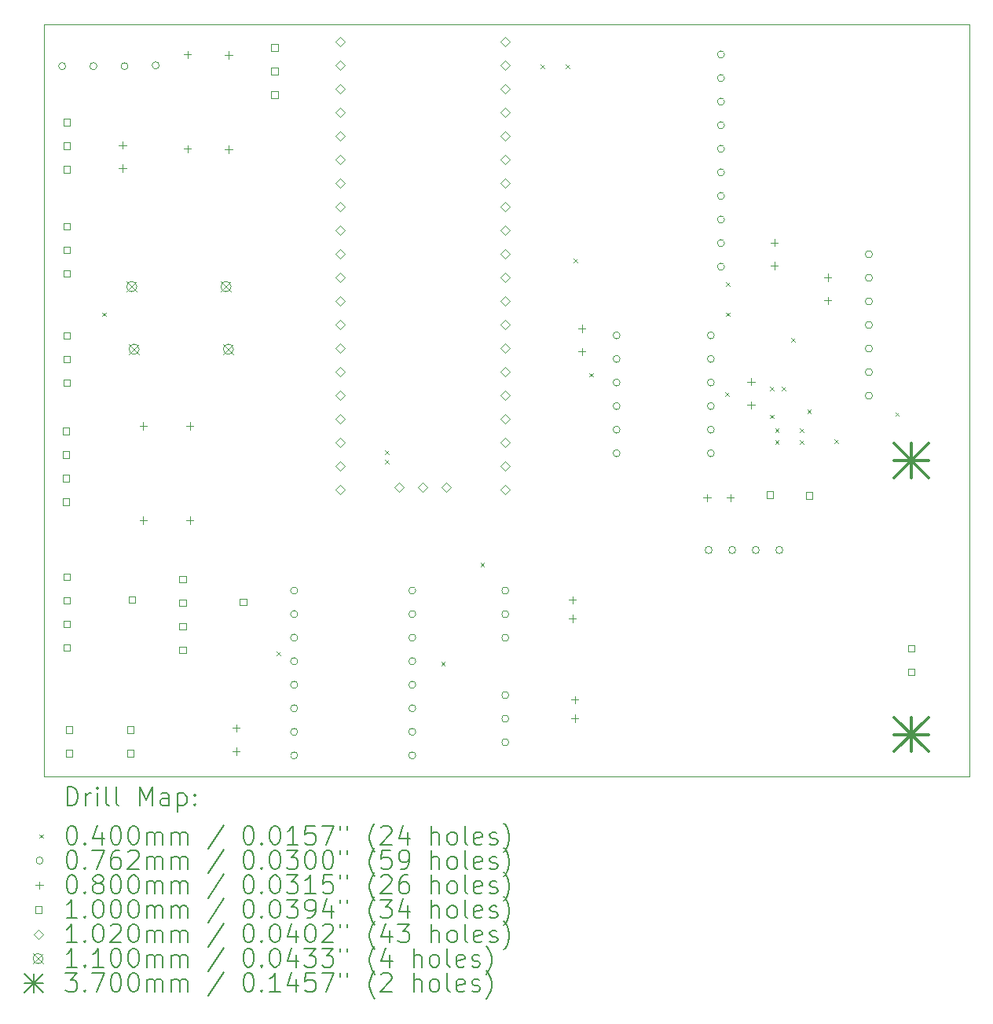
<source format=gbr>
%TF.GenerationSoftware,KiCad,Pcbnew,8.0.7*%
%TF.CreationDate,2025-01-08T12:31:34+01:00*%
%TF.ProjectId,simple-robot,73696d70-6c65-42d7-926f-626f742e6b69,rev?*%
%TF.SameCoordinates,Original*%
%TF.FileFunction,Drillmap*%
%TF.FilePolarity,Positive*%
%FSLAX45Y45*%
G04 Gerber Fmt 4.5, Leading zero omitted, Abs format (unit mm)*
G04 Created by KiCad (PCBNEW 8.0.7) date 2025-01-08 12:31:34*
%MOMM*%
%LPD*%
G01*
G04 APERTURE LIST*
%ADD10C,0.100000*%
%ADD11C,0.200000*%
%ADD12C,0.102000*%
%ADD13C,0.110000*%
%ADD14C,0.370000*%
G04 APERTURE END LIST*
D10*
X5500000Y-13900000D02*
X15475000Y-13900000D01*
X5500000Y-5800000D02*
X15475000Y-5800000D01*
X5500000Y-5800000D02*
X5500000Y-13900000D01*
X15475000Y-13900000D02*
X15475000Y-5800000D01*
D11*
D10*
X6130000Y-8905000D02*
X6170000Y-8945000D01*
X6170000Y-8905000D02*
X6130000Y-8945000D01*
X8008560Y-12558850D02*
X8048560Y-12598850D01*
X8048560Y-12558850D02*
X8008560Y-12598850D01*
X9177470Y-10387530D02*
X9217470Y-10427530D01*
X9217470Y-10387530D02*
X9177470Y-10427530D01*
X9180000Y-10492500D02*
X9220000Y-10532500D01*
X9220000Y-10492500D02*
X9180000Y-10532500D01*
X9784520Y-12666200D02*
X9824520Y-12706200D01*
X9824520Y-12666200D02*
X9784520Y-12706200D01*
X10209200Y-11600900D02*
X10249200Y-11640900D01*
X10249200Y-11600900D02*
X10209200Y-11640900D01*
X10855000Y-6230000D02*
X10895000Y-6270000D01*
X10895000Y-6230000D02*
X10855000Y-6270000D01*
X11130000Y-6230000D02*
X11170000Y-6270000D01*
X11170000Y-6230000D02*
X11130000Y-6270000D01*
X11212500Y-8324750D02*
X11252500Y-8364750D01*
X11252500Y-8324750D02*
X11212500Y-8364750D01*
X11380000Y-9555000D02*
X11420000Y-9595000D01*
X11420000Y-9555000D02*
X11380000Y-9595000D01*
X12843500Y-9762480D02*
X12883500Y-9802480D01*
X12883500Y-9762480D02*
X12843500Y-9802480D01*
X12855000Y-8580000D02*
X12895000Y-8620000D01*
X12895000Y-8580000D02*
X12855000Y-8620000D01*
X12855000Y-8905000D02*
X12895000Y-8945000D01*
X12895000Y-8905000D02*
X12855000Y-8945000D01*
X13330000Y-9705000D02*
X13370000Y-9745000D01*
X13370000Y-9705000D02*
X13330000Y-9745000D01*
X13330000Y-10005000D02*
X13370000Y-10045000D01*
X13370000Y-10005000D02*
X13330000Y-10045000D01*
X13382500Y-10155000D02*
X13422500Y-10195000D01*
X13422500Y-10155000D02*
X13382500Y-10195000D01*
X13382500Y-10280000D02*
X13422500Y-10320000D01*
X13422500Y-10280000D02*
X13382500Y-10320000D01*
X13455000Y-9705000D02*
X13495000Y-9745000D01*
X13495000Y-9705000D02*
X13455000Y-9745000D01*
X13555000Y-9180000D02*
X13595000Y-9220000D01*
X13595000Y-9180000D02*
X13555000Y-9220000D01*
X13652500Y-10155000D02*
X13692500Y-10195000D01*
X13692500Y-10155000D02*
X13652500Y-10195000D01*
X13652500Y-10280000D02*
X13692500Y-10320000D01*
X13692500Y-10280000D02*
X13652500Y-10320000D01*
X13730000Y-9951160D02*
X13770000Y-9991160D01*
X13770000Y-9951160D02*
X13730000Y-9991160D01*
X14021620Y-10268910D02*
X14061620Y-10308910D01*
X14061620Y-10268910D02*
X14021620Y-10308910D01*
X14680000Y-9980000D02*
X14720000Y-10020000D01*
X14720000Y-9980000D02*
X14680000Y-10020000D01*
X5738100Y-6250000D02*
G75*
G02*
X5661900Y-6250000I-38100J0D01*
G01*
X5661900Y-6250000D02*
G75*
G02*
X5738100Y-6250000I38100J0D01*
G01*
X6074100Y-6250000D02*
G75*
G02*
X5997900Y-6250000I-38100J0D01*
G01*
X5997900Y-6250000D02*
G75*
G02*
X6074100Y-6250000I38100J0D01*
G01*
X6410100Y-6250000D02*
G75*
G02*
X6333900Y-6250000I-38100J0D01*
G01*
X6333900Y-6250000D02*
G75*
G02*
X6410100Y-6250000I38100J0D01*
G01*
X6746100Y-6242000D02*
G75*
G02*
X6669900Y-6242000I-38100J0D01*
G01*
X6669900Y-6242000D02*
G75*
G02*
X6746100Y-6242000I38100J0D01*
G01*
X8238100Y-11900001D02*
G75*
G02*
X8161900Y-11900001I-38100J0D01*
G01*
X8161900Y-11900001D02*
G75*
G02*
X8238100Y-11900001I38100J0D01*
G01*
X8238100Y-12153715D02*
G75*
G02*
X8161900Y-12153715I-38100J0D01*
G01*
X8161900Y-12153715D02*
G75*
G02*
X8238100Y-12153715I38100J0D01*
G01*
X8238100Y-12407429D02*
G75*
G02*
X8161900Y-12407429I-38100J0D01*
G01*
X8161900Y-12407429D02*
G75*
G02*
X8238100Y-12407429I38100J0D01*
G01*
X8238100Y-12661144D02*
G75*
G02*
X8161900Y-12661144I-38100J0D01*
G01*
X8161900Y-12661144D02*
G75*
G02*
X8238100Y-12661144I38100J0D01*
G01*
X8238100Y-12914858D02*
G75*
G02*
X8161900Y-12914858I-38100J0D01*
G01*
X8161900Y-12914858D02*
G75*
G02*
X8238100Y-12914858I38100J0D01*
G01*
X8238100Y-13168572D02*
G75*
G02*
X8161900Y-13168572I-38100J0D01*
G01*
X8161900Y-13168572D02*
G75*
G02*
X8238100Y-13168572I38100J0D01*
G01*
X8238100Y-13422286D02*
G75*
G02*
X8161900Y-13422286I-38100J0D01*
G01*
X8161900Y-13422286D02*
G75*
G02*
X8238100Y-13422286I38100J0D01*
G01*
X8238100Y-13676001D02*
G75*
G02*
X8161900Y-13676001I-38100J0D01*
G01*
X8161900Y-13676001D02*
G75*
G02*
X8238100Y-13676001I38100J0D01*
G01*
X9511100Y-11900001D02*
G75*
G02*
X9434900Y-11900001I-38100J0D01*
G01*
X9434900Y-11900001D02*
G75*
G02*
X9511100Y-11900001I38100J0D01*
G01*
X9511100Y-12153715D02*
G75*
G02*
X9434900Y-12153715I-38100J0D01*
G01*
X9434900Y-12153715D02*
G75*
G02*
X9511100Y-12153715I38100J0D01*
G01*
X9511100Y-12407429D02*
G75*
G02*
X9434900Y-12407429I-38100J0D01*
G01*
X9434900Y-12407429D02*
G75*
G02*
X9511100Y-12407429I38100J0D01*
G01*
X9511100Y-12661144D02*
G75*
G02*
X9434900Y-12661144I-38100J0D01*
G01*
X9434900Y-12661144D02*
G75*
G02*
X9511100Y-12661144I38100J0D01*
G01*
X9511100Y-12914858D02*
G75*
G02*
X9434900Y-12914858I-38100J0D01*
G01*
X9434900Y-12914858D02*
G75*
G02*
X9511100Y-12914858I38100J0D01*
G01*
X9511100Y-13168572D02*
G75*
G02*
X9434900Y-13168572I-38100J0D01*
G01*
X9434900Y-13168572D02*
G75*
G02*
X9511100Y-13168572I38100J0D01*
G01*
X9511100Y-13422286D02*
G75*
G02*
X9434900Y-13422286I-38100J0D01*
G01*
X9434900Y-13422286D02*
G75*
G02*
X9511100Y-13422286I38100J0D01*
G01*
X9511100Y-13676001D02*
G75*
G02*
X9434900Y-13676001I-38100J0D01*
G01*
X9434900Y-13676001D02*
G75*
G02*
X9511100Y-13676001I38100J0D01*
G01*
X10513100Y-11900000D02*
G75*
G02*
X10436900Y-11900000I-38100J0D01*
G01*
X10436900Y-11900000D02*
G75*
G02*
X10513100Y-11900000I38100J0D01*
G01*
X10513100Y-12154000D02*
G75*
G02*
X10436900Y-12154000I-38100J0D01*
G01*
X10436900Y-12154000D02*
G75*
G02*
X10513100Y-12154000I38100J0D01*
G01*
X10513100Y-12408000D02*
G75*
G02*
X10436900Y-12408000I-38100J0D01*
G01*
X10436900Y-12408000D02*
G75*
G02*
X10513100Y-12408000I38100J0D01*
G01*
X10513100Y-13026000D02*
G75*
G02*
X10436900Y-13026000I-38100J0D01*
G01*
X10436900Y-13026000D02*
G75*
G02*
X10513100Y-13026000I38100J0D01*
G01*
X10513100Y-13280000D02*
G75*
G02*
X10436900Y-13280000I-38100J0D01*
G01*
X10436900Y-13280000D02*
G75*
G02*
X10513100Y-13280000I38100J0D01*
G01*
X10513100Y-13534000D02*
G75*
G02*
X10436900Y-13534000I-38100J0D01*
G01*
X10436900Y-13534000D02*
G75*
G02*
X10513100Y-13534000I38100J0D01*
G01*
X11713100Y-9150000D02*
G75*
G02*
X11636900Y-9150000I-38100J0D01*
G01*
X11636900Y-9150000D02*
G75*
G02*
X11713100Y-9150000I38100J0D01*
G01*
X11713100Y-9404000D02*
G75*
G02*
X11636900Y-9404000I-38100J0D01*
G01*
X11636900Y-9404000D02*
G75*
G02*
X11713100Y-9404000I38100J0D01*
G01*
X11713100Y-9658000D02*
G75*
G02*
X11636900Y-9658000I-38100J0D01*
G01*
X11636900Y-9658000D02*
G75*
G02*
X11713100Y-9658000I38100J0D01*
G01*
X11713100Y-9912000D02*
G75*
G02*
X11636900Y-9912000I-38100J0D01*
G01*
X11636900Y-9912000D02*
G75*
G02*
X11713100Y-9912000I38100J0D01*
G01*
X11713100Y-10166000D02*
G75*
G02*
X11636900Y-10166000I-38100J0D01*
G01*
X11636900Y-10166000D02*
G75*
G02*
X11713100Y-10166000I38100J0D01*
G01*
X11713100Y-10420000D02*
G75*
G02*
X11636900Y-10420000I-38100J0D01*
G01*
X11636900Y-10420000D02*
G75*
G02*
X11713100Y-10420000I38100J0D01*
G01*
X12705100Y-11463500D02*
G75*
G02*
X12628900Y-11463500I-38100J0D01*
G01*
X12628900Y-11463500D02*
G75*
G02*
X12705100Y-11463500I38100J0D01*
G01*
X12729100Y-9150000D02*
G75*
G02*
X12652900Y-9150000I-38100J0D01*
G01*
X12652900Y-9150000D02*
G75*
G02*
X12729100Y-9150000I38100J0D01*
G01*
X12729100Y-9404000D02*
G75*
G02*
X12652900Y-9404000I-38100J0D01*
G01*
X12652900Y-9404000D02*
G75*
G02*
X12729100Y-9404000I38100J0D01*
G01*
X12729100Y-9658000D02*
G75*
G02*
X12652900Y-9658000I-38100J0D01*
G01*
X12652900Y-9658000D02*
G75*
G02*
X12729100Y-9658000I38100J0D01*
G01*
X12729100Y-9912000D02*
G75*
G02*
X12652900Y-9912000I-38100J0D01*
G01*
X12652900Y-9912000D02*
G75*
G02*
X12729100Y-9912000I38100J0D01*
G01*
X12729100Y-10166000D02*
G75*
G02*
X12652900Y-10166000I-38100J0D01*
G01*
X12652900Y-10166000D02*
G75*
G02*
X12729100Y-10166000I38100J0D01*
G01*
X12729100Y-10420000D02*
G75*
G02*
X12652900Y-10420000I-38100J0D01*
G01*
X12652900Y-10420000D02*
G75*
G02*
X12729100Y-10420000I38100J0D01*
G01*
X12838100Y-6125000D02*
G75*
G02*
X12761900Y-6125000I-38100J0D01*
G01*
X12761900Y-6125000D02*
G75*
G02*
X12838100Y-6125000I38100J0D01*
G01*
X12838100Y-6379000D02*
G75*
G02*
X12761900Y-6379000I-38100J0D01*
G01*
X12761900Y-6379000D02*
G75*
G02*
X12838100Y-6379000I38100J0D01*
G01*
X12838100Y-6633000D02*
G75*
G02*
X12761900Y-6633000I-38100J0D01*
G01*
X12761900Y-6633000D02*
G75*
G02*
X12838100Y-6633000I38100J0D01*
G01*
X12838100Y-6887000D02*
G75*
G02*
X12761900Y-6887000I-38100J0D01*
G01*
X12761900Y-6887000D02*
G75*
G02*
X12838100Y-6887000I38100J0D01*
G01*
X12838100Y-7141000D02*
G75*
G02*
X12761900Y-7141000I-38100J0D01*
G01*
X12761900Y-7141000D02*
G75*
G02*
X12838100Y-7141000I38100J0D01*
G01*
X12838100Y-7395000D02*
G75*
G02*
X12761900Y-7395000I-38100J0D01*
G01*
X12761900Y-7395000D02*
G75*
G02*
X12838100Y-7395000I38100J0D01*
G01*
X12838100Y-7649000D02*
G75*
G02*
X12761900Y-7649000I-38100J0D01*
G01*
X12761900Y-7649000D02*
G75*
G02*
X12838100Y-7649000I38100J0D01*
G01*
X12838100Y-7903000D02*
G75*
G02*
X12761900Y-7903000I-38100J0D01*
G01*
X12761900Y-7903000D02*
G75*
G02*
X12838100Y-7903000I38100J0D01*
G01*
X12838100Y-8157000D02*
G75*
G02*
X12761900Y-8157000I-38100J0D01*
G01*
X12761900Y-8157000D02*
G75*
G02*
X12838100Y-8157000I38100J0D01*
G01*
X12838100Y-8411000D02*
G75*
G02*
X12761900Y-8411000I-38100J0D01*
G01*
X12761900Y-8411000D02*
G75*
G02*
X12838100Y-8411000I38100J0D01*
G01*
X12959100Y-11463500D02*
G75*
G02*
X12882900Y-11463500I-38100J0D01*
G01*
X12882900Y-11463500D02*
G75*
G02*
X12959100Y-11463500I38100J0D01*
G01*
X13213100Y-11463500D02*
G75*
G02*
X13136900Y-11463500I-38100J0D01*
G01*
X13136900Y-11463500D02*
G75*
G02*
X13213100Y-11463500I38100J0D01*
G01*
X13467100Y-11463500D02*
G75*
G02*
X13390900Y-11463500I-38100J0D01*
G01*
X13390900Y-11463500D02*
G75*
G02*
X13467100Y-11463500I38100J0D01*
G01*
X14432100Y-8276000D02*
G75*
G02*
X14355900Y-8276000I-38100J0D01*
G01*
X14355900Y-8276000D02*
G75*
G02*
X14432100Y-8276000I38100J0D01*
G01*
X14432100Y-8530000D02*
G75*
G02*
X14355900Y-8530000I-38100J0D01*
G01*
X14355900Y-8530000D02*
G75*
G02*
X14432100Y-8530000I38100J0D01*
G01*
X14432100Y-8784000D02*
G75*
G02*
X14355900Y-8784000I-38100J0D01*
G01*
X14355900Y-8784000D02*
G75*
G02*
X14432100Y-8784000I38100J0D01*
G01*
X14432100Y-9038000D02*
G75*
G02*
X14355900Y-9038000I-38100J0D01*
G01*
X14355900Y-9038000D02*
G75*
G02*
X14432100Y-9038000I38100J0D01*
G01*
X14432100Y-9292000D02*
G75*
G02*
X14355900Y-9292000I-38100J0D01*
G01*
X14355900Y-9292000D02*
G75*
G02*
X14432100Y-9292000I38100J0D01*
G01*
X14432100Y-9546000D02*
G75*
G02*
X14355900Y-9546000I-38100J0D01*
G01*
X14355900Y-9546000D02*
G75*
G02*
X14432100Y-9546000I38100J0D01*
G01*
X14432100Y-9800000D02*
G75*
G02*
X14355900Y-9800000I-38100J0D01*
G01*
X14355900Y-9800000D02*
G75*
G02*
X14432100Y-9800000I38100J0D01*
G01*
X6350000Y-7060000D02*
X6350000Y-7140000D01*
X6310000Y-7100000D02*
X6390000Y-7100000D01*
X6350000Y-7310000D02*
X6350000Y-7390000D01*
X6310000Y-7350000D02*
X6390000Y-7350000D01*
X6575000Y-10085000D02*
X6575000Y-10165000D01*
X6535000Y-10125000D02*
X6615000Y-10125000D01*
X6575000Y-11101000D02*
X6575000Y-11181000D01*
X6535000Y-11141000D02*
X6615000Y-11141000D01*
X7050000Y-6085000D02*
X7050000Y-6165000D01*
X7010000Y-6125000D02*
X7090000Y-6125000D01*
X7050000Y-7101000D02*
X7050000Y-7181000D01*
X7010000Y-7141000D02*
X7090000Y-7141000D01*
X7075000Y-10085000D02*
X7075000Y-10165000D01*
X7035000Y-10125000D02*
X7115000Y-10125000D01*
X7075000Y-11101000D02*
X7075000Y-11181000D01*
X7035000Y-11141000D02*
X7115000Y-11141000D01*
X7492200Y-6090000D02*
X7492200Y-6170000D01*
X7452200Y-6130000D02*
X7532200Y-6130000D01*
X7492200Y-7106000D02*
X7492200Y-7186000D01*
X7452200Y-7146000D02*
X7532200Y-7146000D01*
X7575000Y-13341760D02*
X7575000Y-13421760D01*
X7535000Y-13381760D02*
X7615000Y-13381760D01*
X7575000Y-13591760D02*
X7575000Y-13671760D01*
X7535000Y-13631760D02*
X7615000Y-13631760D01*
X11200000Y-11960000D02*
X11200000Y-12040000D01*
X11160000Y-12000000D02*
X11240000Y-12000000D01*
X11200000Y-12160000D02*
X11200000Y-12240000D01*
X11160000Y-12200000D02*
X11240000Y-12200000D01*
X11225000Y-13035000D02*
X11225000Y-13115000D01*
X11185000Y-13075000D02*
X11265000Y-13075000D01*
X11225000Y-13235000D02*
X11225000Y-13315000D01*
X11185000Y-13275000D02*
X11265000Y-13275000D01*
X11300000Y-9035000D02*
X11300000Y-9115000D01*
X11260000Y-9075000D02*
X11340000Y-9075000D01*
X11300000Y-9285000D02*
X11300000Y-9365000D01*
X11260000Y-9325000D02*
X11340000Y-9325000D01*
X12650000Y-10860000D02*
X12650000Y-10940000D01*
X12610000Y-10900000D02*
X12690000Y-10900000D01*
X12900000Y-10860000D02*
X12900000Y-10940000D01*
X12860000Y-10900000D02*
X12940000Y-10900000D01*
X13125000Y-9610000D02*
X13125000Y-9690000D01*
X13085000Y-9650000D02*
X13165000Y-9650000D01*
X13125000Y-9860000D02*
X13125000Y-9940000D01*
X13085000Y-9900000D02*
X13165000Y-9900000D01*
X13375000Y-8110000D02*
X13375000Y-8190000D01*
X13335000Y-8150000D02*
X13415000Y-8150000D01*
X13375000Y-8360000D02*
X13375000Y-8440000D01*
X13335000Y-8400000D02*
X13415000Y-8400000D01*
X13950000Y-8485000D02*
X13950000Y-8565000D01*
X13910000Y-8525000D02*
X13990000Y-8525000D01*
X13950000Y-8735000D02*
X13950000Y-8815000D01*
X13910000Y-8775000D02*
X13990000Y-8775000D01*
X5775356Y-10216356D02*
X5775356Y-10145644D01*
X5704644Y-10145644D01*
X5704644Y-10216356D01*
X5775356Y-10216356D01*
X5775356Y-10470356D02*
X5775356Y-10399644D01*
X5704644Y-10399644D01*
X5704644Y-10470356D01*
X5775356Y-10470356D01*
X5775356Y-10724356D02*
X5775356Y-10653644D01*
X5704644Y-10653644D01*
X5704644Y-10724356D01*
X5775356Y-10724356D01*
X5775356Y-10978356D02*
X5775356Y-10907644D01*
X5704644Y-10907644D01*
X5704644Y-10978356D01*
X5775356Y-10978356D01*
X5785356Y-6890356D02*
X5785356Y-6819644D01*
X5714644Y-6819644D01*
X5714644Y-6890356D01*
X5785356Y-6890356D01*
X5785356Y-7144356D02*
X5785356Y-7073644D01*
X5714644Y-7073644D01*
X5714644Y-7144356D01*
X5785356Y-7144356D01*
X5785356Y-7398356D02*
X5785356Y-7327644D01*
X5714644Y-7327644D01*
X5714644Y-7398356D01*
X5785356Y-7398356D01*
X5785356Y-8010356D02*
X5785356Y-7939644D01*
X5714644Y-7939644D01*
X5714644Y-8010356D01*
X5785356Y-8010356D01*
X5785356Y-8264356D02*
X5785356Y-8193644D01*
X5714644Y-8193644D01*
X5714644Y-8264356D01*
X5785356Y-8264356D01*
X5785356Y-8518356D02*
X5785356Y-8447644D01*
X5714644Y-8447644D01*
X5714644Y-8518356D01*
X5785356Y-8518356D01*
X5785356Y-9185356D02*
X5785356Y-9114644D01*
X5714644Y-9114644D01*
X5714644Y-9185356D01*
X5785356Y-9185356D01*
X5785356Y-9439356D02*
X5785356Y-9368644D01*
X5714644Y-9368644D01*
X5714644Y-9439356D01*
X5785356Y-9439356D01*
X5785356Y-9693356D02*
X5785356Y-9622644D01*
X5714644Y-9622644D01*
X5714644Y-9693356D01*
X5785356Y-9693356D01*
X5785356Y-11785356D02*
X5785356Y-11714644D01*
X5714644Y-11714644D01*
X5714644Y-11785356D01*
X5785356Y-11785356D01*
X5785356Y-12039356D02*
X5785356Y-11968644D01*
X5714644Y-11968644D01*
X5714644Y-12039356D01*
X5785356Y-12039356D01*
X5785356Y-12293356D02*
X5785356Y-12222644D01*
X5714644Y-12222644D01*
X5714644Y-12293356D01*
X5785356Y-12293356D01*
X5785356Y-12547356D02*
X5785356Y-12476644D01*
X5714644Y-12476644D01*
X5714644Y-12547356D01*
X5785356Y-12547356D01*
X5810356Y-13435356D02*
X5810356Y-13364644D01*
X5739644Y-13364644D01*
X5739644Y-13435356D01*
X5810356Y-13435356D01*
X5810356Y-13689356D02*
X5810356Y-13618644D01*
X5739644Y-13618644D01*
X5739644Y-13689356D01*
X5810356Y-13689356D01*
X6471606Y-13435356D02*
X6471606Y-13364644D01*
X6400894Y-13364644D01*
X6400894Y-13435356D01*
X6471606Y-13435356D01*
X6471606Y-13689356D02*
X6471606Y-13618644D01*
X6400894Y-13618644D01*
X6400894Y-13689356D01*
X6471606Y-13689356D01*
X6485356Y-12035356D02*
X6485356Y-11964644D01*
X6414644Y-11964644D01*
X6414644Y-12035356D01*
X6485356Y-12035356D01*
X7035356Y-11810356D02*
X7035356Y-11739644D01*
X6964644Y-11739644D01*
X6964644Y-11810356D01*
X7035356Y-11810356D01*
X7035356Y-12064356D02*
X7035356Y-11993644D01*
X6964644Y-11993644D01*
X6964644Y-12064356D01*
X7035356Y-12064356D01*
X7035356Y-12318356D02*
X7035356Y-12247644D01*
X6964644Y-12247644D01*
X6964644Y-12318356D01*
X7035356Y-12318356D01*
X7035356Y-12572356D02*
X7035356Y-12501644D01*
X6964644Y-12501644D01*
X6964644Y-12572356D01*
X7035356Y-12572356D01*
X7685356Y-12060356D02*
X7685356Y-11989644D01*
X7614644Y-11989644D01*
X7614644Y-12060356D01*
X7685356Y-12060356D01*
X8023356Y-6085356D02*
X8023356Y-6014644D01*
X7952644Y-6014644D01*
X7952644Y-6085356D01*
X8023356Y-6085356D01*
X8023356Y-6339356D02*
X8023356Y-6268644D01*
X7952644Y-6268644D01*
X7952644Y-6339356D01*
X8023356Y-6339356D01*
X8023356Y-6593356D02*
X8023356Y-6522644D01*
X7952644Y-6522644D01*
X7952644Y-6593356D01*
X8023356Y-6593356D01*
X13360356Y-10902356D02*
X13360356Y-10831644D01*
X13289644Y-10831644D01*
X13289644Y-10902356D01*
X13360356Y-10902356D01*
X13785356Y-10910356D02*
X13785356Y-10839644D01*
X13714644Y-10839644D01*
X13714644Y-10910356D01*
X13785356Y-10910356D01*
X14885356Y-12560356D02*
X14885356Y-12489644D01*
X14814644Y-12489644D01*
X14814644Y-12560356D01*
X14885356Y-12560356D01*
X14885356Y-12814356D02*
X14885356Y-12743644D01*
X14814644Y-12743644D01*
X14814644Y-12814356D01*
X14885356Y-12814356D01*
D12*
X8697000Y-6038000D02*
X8748000Y-5987000D01*
X8697000Y-5936000D01*
X8646000Y-5987000D01*
X8697000Y-6038000D01*
X8697000Y-6292000D02*
X8748000Y-6241000D01*
X8697000Y-6190000D01*
X8646000Y-6241000D01*
X8697000Y-6292000D01*
X8697000Y-6546000D02*
X8748000Y-6495000D01*
X8697000Y-6444000D01*
X8646000Y-6495000D01*
X8697000Y-6546000D01*
X8697000Y-6800000D02*
X8748000Y-6749000D01*
X8697000Y-6698000D01*
X8646000Y-6749000D01*
X8697000Y-6800000D01*
X8697000Y-7054000D02*
X8748000Y-7003000D01*
X8697000Y-6952000D01*
X8646000Y-7003000D01*
X8697000Y-7054000D01*
X8697000Y-7308000D02*
X8748000Y-7257000D01*
X8697000Y-7206000D01*
X8646000Y-7257000D01*
X8697000Y-7308000D01*
X8697000Y-7562000D02*
X8748000Y-7511000D01*
X8697000Y-7460000D01*
X8646000Y-7511000D01*
X8697000Y-7562000D01*
X8697000Y-7816000D02*
X8748000Y-7765000D01*
X8697000Y-7714000D01*
X8646000Y-7765000D01*
X8697000Y-7816000D01*
X8697000Y-8070000D02*
X8748000Y-8019000D01*
X8697000Y-7968000D01*
X8646000Y-8019000D01*
X8697000Y-8070000D01*
X8697000Y-8324000D02*
X8748000Y-8273000D01*
X8697000Y-8222000D01*
X8646000Y-8273000D01*
X8697000Y-8324000D01*
X8697000Y-8578000D02*
X8748000Y-8527000D01*
X8697000Y-8476000D01*
X8646000Y-8527000D01*
X8697000Y-8578000D01*
X8697000Y-8832000D02*
X8748000Y-8781000D01*
X8697000Y-8730000D01*
X8646000Y-8781000D01*
X8697000Y-8832000D01*
X8697000Y-9086000D02*
X8748000Y-9035000D01*
X8697000Y-8984000D01*
X8646000Y-9035000D01*
X8697000Y-9086000D01*
X8697000Y-9340000D02*
X8748000Y-9289000D01*
X8697000Y-9238000D01*
X8646000Y-9289000D01*
X8697000Y-9340000D01*
X8697000Y-9594000D02*
X8748000Y-9543000D01*
X8697000Y-9492000D01*
X8646000Y-9543000D01*
X8697000Y-9594000D01*
X8697000Y-9848000D02*
X8748000Y-9797000D01*
X8697000Y-9746000D01*
X8646000Y-9797000D01*
X8697000Y-9848000D01*
X8697000Y-10102000D02*
X8748000Y-10051000D01*
X8697000Y-10000000D01*
X8646000Y-10051000D01*
X8697000Y-10102000D01*
X8697000Y-10356000D02*
X8748000Y-10305000D01*
X8697000Y-10254000D01*
X8646000Y-10305000D01*
X8697000Y-10356000D01*
X8697000Y-10610000D02*
X8748000Y-10559000D01*
X8697000Y-10508000D01*
X8646000Y-10559000D01*
X8697000Y-10610000D01*
X8697000Y-10864000D02*
X8748000Y-10813000D01*
X8697000Y-10762000D01*
X8646000Y-10813000D01*
X8697000Y-10864000D01*
X9332000Y-10841000D02*
X9383000Y-10790000D01*
X9332000Y-10739000D01*
X9281000Y-10790000D01*
X9332000Y-10841000D01*
X9586000Y-10841000D02*
X9637000Y-10790000D01*
X9586000Y-10739000D01*
X9535000Y-10790000D01*
X9586000Y-10841000D01*
X9840000Y-10841000D02*
X9891000Y-10790000D01*
X9840000Y-10739000D01*
X9789000Y-10790000D01*
X9840000Y-10841000D01*
X10475000Y-6038000D02*
X10526000Y-5987000D01*
X10475000Y-5936000D01*
X10424000Y-5987000D01*
X10475000Y-6038000D01*
X10475000Y-6292000D02*
X10526000Y-6241000D01*
X10475000Y-6190000D01*
X10424000Y-6241000D01*
X10475000Y-6292000D01*
X10475000Y-6546000D02*
X10526000Y-6495000D01*
X10475000Y-6444000D01*
X10424000Y-6495000D01*
X10475000Y-6546000D01*
X10475000Y-6800000D02*
X10526000Y-6749000D01*
X10475000Y-6698000D01*
X10424000Y-6749000D01*
X10475000Y-6800000D01*
X10475000Y-7054000D02*
X10526000Y-7003000D01*
X10475000Y-6952000D01*
X10424000Y-7003000D01*
X10475000Y-7054000D01*
X10475000Y-7308000D02*
X10526000Y-7257000D01*
X10475000Y-7206000D01*
X10424000Y-7257000D01*
X10475000Y-7308000D01*
X10475000Y-7562000D02*
X10526000Y-7511000D01*
X10475000Y-7460000D01*
X10424000Y-7511000D01*
X10475000Y-7562000D01*
X10475000Y-7816000D02*
X10526000Y-7765000D01*
X10475000Y-7714000D01*
X10424000Y-7765000D01*
X10475000Y-7816000D01*
X10475000Y-8070000D02*
X10526000Y-8019000D01*
X10475000Y-7968000D01*
X10424000Y-8019000D01*
X10475000Y-8070000D01*
X10475000Y-8324000D02*
X10526000Y-8273000D01*
X10475000Y-8222000D01*
X10424000Y-8273000D01*
X10475000Y-8324000D01*
X10475000Y-8578000D02*
X10526000Y-8527000D01*
X10475000Y-8476000D01*
X10424000Y-8527000D01*
X10475000Y-8578000D01*
X10475000Y-8832000D02*
X10526000Y-8781000D01*
X10475000Y-8730000D01*
X10424000Y-8781000D01*
X10475000Y-8832000D01*
X10475000Y-9086000D02*
X10526000Y-9035000D01*
X10475000Y-8984000D01*
X10424000Y-9035000D01*
X10475000Y-9086000D01*
X10475000Y-9340000D02*
X10526000Y-9289000D01*
X10475000Y-9238000D01*
X10424000Y-9289000D01*
X10475000Y-9340000D01*
X10475000Y-9594000D02*
X10526000Y-9543000D01*
X10475000Y-9492000D01*
X10424000Y-9543000D01*
X10475000Y-9594000D01*
X10475000Y-9848000D02*
X10526000Y-9797000D01*
X10475000Y-9746000D01*
X10424000Y-9797000D01*
X10475000Y-9848000D01*
X10475000Y-10102000D02*
X10526000Y-10051000D01*
X10475000Y-10000000D01*
X10424000Y-10051000D01*
X10475000Y-10102000D01*
X10475000Y-10356000D02*
X10526000Y-10305000D01*
X10475000Y-10254000D01*
X10424000Y-10305000D01*
X10475000Y-10356000D01*
X10475000Y-10610000D02*
X10526000Y-10559000D01*
X10475000Y-10508000D01*
X10424000Y-10559000D01*
X10475000Y-10610000D01*
X10475000Y-10864000D02*
X10526000Y-10813000D01*
X10475000Y-10762000D01*
X10424000Y-10813000D01*
X10475000Y-10864000D01*
D13*
X6395000Y-8570000D02*
X6505000Y-8680000D01*
X6505000Y-8570000D02*
X6395000Y-8680000D01*
X6505000Y-8625000D02*
G75*
G02*
X6395000Y-8625000I-55000J0D01*
G01*
X6395000Y-8625000D02*
G75*
G02*
X6505000Y-8625000I55000J0D01*
G01*
X6420000Y-9245000D02*
X6530000Y-9355000D01*
X6530000Y-9245000D02*
X6420000Y-9355000D01*
X6530000Y-9300000D02*
G75*
G02*
X6420000Y-9300000I-55000J0D01*
G01*
X6420000Y-9300000D02*
G75*
G02*
X6530000Y-9300000I55000J0D01*
G01*
X7411000Y-8570000D02*
X7521000Y-8680000D01*
X7521000Y-8570000D02*
X7411000Y-8680000D01*
X7521000Y-8625000D02*
G75*
G02*
X7411000Y-8625000I-55000J0D01*
G01*
X7411000Y-8625000D02*
G75*
G02*
X7521000Y-8625000I55000J0D01*
G01*
X7436000Y-9245000D02*
X7546000Y-9355000D01*
X7546000Y-9245000D02*
X7436000Y-9355000D01*
X7546000Y-9300000D02*
G75*
G02*
X7436000Y-9300000I-55000J0D01*
G01*
X7436000Y-9300000D02*
G75*
G02*
X7546000Y-9300000I55000J0D01*
G01*
D14*
X14665000Y-10315000D02*
X15035000Y-10685000D01*
X15035000Y-10315000D02*
X14665000Y-10685000D01*
X14850000Y-10315000D02*
X14850000Y-10685000D01*
X14665000Y-10500000D02*
X15035000Y-10500000D01*
X14665000Y-13265000D02*
X15035000Y-13635000D01*
X15035000Y-13265000D02*
X14665000Y-13635000D01*
X14850000Y-13265000D02*
X14850000Y-13635000D01*
X14665000Y-13450000D02*
X15035000Y-13450000D01*
D11*
X5755777Y-14216484D02*
X5755777Y-14016484D01*
X5755777Y-14016484D02*
X5803396Y-14016484D01*
X5803396Y-14016484D02*
X5831967Y-14026008D01*
X5831967Y-14026008D02*
X5851015Y-14045055D01*
X5851015Y-14045055D02*
X5860539Y-14064103D01*
X5860539Y-14064103D02*
X5870062Y-14102198D01*
X5870062Y-14102198D02*
X5870062Y-14130769D01*
X5870062Y-14130769D02*
X5860539Y-14168865D01*
X5860539Y-14168865D02*
X5851015Y-14187912D01*
X5851015Y-14187912D02*
X5831967Y-14206960D01*
X5831967Y-14206960D02*
X5803396Y-14216484D01*
X5803396Y-14216484D02*
X5755777Y-14216484D01*
X5955777Y-14216484D02*
X5955777Y-14083150D01*
X5955777Y-14121246D02*
X5965301Y-14102198D01*
X5965301Y-14102198D02*
X5974824Y-14092674D01*
X5974824Y-14092674D02*
X5993872Y-14083150D01*
X5993872Y-14083150D02*
X6012920Y-14083150D01*
X6079586Y-14216484D02*
X6079586Y-14083150D01*
X6079586Y-14016484D02*
X6070062Y-14026008D01*
X6070062Y-14026008D02*
X6079586Y-14035531D01*
X6079586Y-14035531D02*
X6089110Y-14026008D01*
X6089110Y-14026008D02*
X6079586Y-14016484D01*
X6079586Y-14016484D02*
X6079586Y-14035531D01*
X6203396Y-14216484D02*
X6184348Y-14206960D01*
X6184348Y-14206960D02*
X6174824Y-14187912D01*
X6174824Y-14187912D02*
X6174824Y-14016484D01*
X6308158Y-14216484D02*
X6289110Y-14206960D01*
X6289110Y-14206960D02*
X6279586Y-14187912D01*
X6279586Y-14187912D02*
X6279586Y-14016484D01*
X6536729Y-14216484D02*
X6536729Y-14016484D01*
X6536729Y-14016484D02*
X6603396Y-14159341D01*
X6603396Y-14159341D02*
X6670062Y-14016484D01*
X6670062Y-14016484D02*
X6670062Y-14216484D01*
X6851015Y-14216484D02*
X6851015Y-14111722D01*
X6851015Y-14111722D02*
X6841491Y-14092674D01*
X6841491Y-14092674D02*
X6822443Y-14083150D01*
X6822443Y-14083150D02*
X6784348Y-14083150D01*
X6784348Y-14083150D02*
X6765301Y-14092674D01*
X6851015Y-14206960D02*
X6831967Y-14216484D01*
X6831967Y-14216484D02*
X6784348Y-14216484D01*
X6784348Y-14216484D02*
X6765301Y-14206960D01*
X6765301Y-14206960D02*
X6755777Y-14187912D01*
X6755777Y-14187912D02*
X6755777Y-14168865D01*
X6755777Y-14168865D02*
X6765301Y-14149817D01*
X6765301Y-14149817D02*
X6784348Y-14140293D01*
X6784348Y-14140293D02*
X6831967Y-14140293D01*
X6831967Y-14140293D02*
X6851015Y-14130769D01*
X6946253Y-14083150D02*
X6946253Y-14283150D01*
X6946253Y-14092674D02*
X6965301Y-14083150D01*
X6965301Y-14083150D02*
X7003396Y-14083150D01*
X7003396Y-14083150D02*
X7022443Y-14092674D01*
X7022443Y-14092674D02*
X7031967Y-14102198D01*
X7031967Y-14102198D02*
X7041491Y-14121246D01*
X7041491Y-14121246D02*
X7041491Y-14178388D01*
X7041491Y-14178388D02*
X7031967Y-14197436D01*
X7031967Y-14197436D02*
X7022443Y-14206960D01*
X7022443Y-14206960D02*
X7003396Y-14216484D01*
X7003396Y-14216484D02*
X6965301Y-14216484D01*
X6965301Y-14216484D02*
X6946253Y-14206960D01*
X7127205Y-14197436D02*
X7136729Y-14206960D01*
X7136729Y-14206960D02*
X7127205Y-14216484D01*
X7127205Y-14216484D02*
X7117682Y-14206960D01*
X7117682Y-14206960D02*
X7127205Y-14197436D01*
X7127205Y-14197436D02*
X7127205Y-14216484D01*
X7127205Y-14092674D02*
X7136729Y-14102198D01*
X7136729Y-14102198D02*
X7127205Y-14111722D01*
X7127205Y-14111722D02*
X7117682Y-14102198D01*
X7117682Y-14102198D02*
X7127205Y-14092674D01*
X7127205Y-14092674D02*
X7127205Y-14111722D01*
D10*
X5455000Y-14525000D02*
X5495000Y-14565000D01*
X5495000Y-14525000D02*
X5455000Y-14565000D01*
D11*
X5793872Y-14436484D02*
X5812920Y-14436484D01*
X5812920Y-14436484D02*
X5831967Y-14446008D01*
X5831967Y-14446008D02*
X5841491Y-14455531D01*
X5841491Y-14455531D02*
X5851015Y-14474579D01*
X5851015Y-14474579D02*
X5860539Y-14512674D01*
X5860539Y-14512674D02*
X5860539Y-14560293D01*
X5860539Y-14560293D02*
X5851015Y-14598388D01*
X5851015Y-14598388D02*
X5841491Y-14617436D01*
X5841491Y-14617436D02*
X5831967Y-14626960D01*
X5831967Y-14626960D02*
X5812920Y-14636484D01*
X5812920Y-14636484D02*
X5793872Y-14636484D01*
X5793872Y-14636484D02*
X5774824Y-14626960D01*
X5774824Y-14626960D02*
X5765301Y-14617436D01*
X5765301Y-14617436D02*
X5755777Y-14598388D01*
X5755777Y-14598388D02*
X5746253Y-14560293D01*
X5746253Y-14560293D02*
X5746253Y-14512674D01*
X5746253Y-14512674D02*
X5755777Y-14474579D01*
X5755777Y-14474579D02*
X5765301Y-14455531D01*
X5765301Y-14455531D02*
X5774824Y-14446008D01*
X5774824Y-14446008D02*
X5793872Y-14436484D01*
X5946253Y-14617436D02*
X5955777Y-14626960D01*
X5955777Y-14626960D02*
X5946253Y-14636484D01*
X5946253Y-14636484D02*
X5936729Y-14626960D01*
X5936729Y-14626960D02*
X5946253Y-14617436D01*
X5946253Y-14617436D02*
X5946253Y-14636484D01*
X6127205Y-14503150D02*
X6127205Y-14636484D01*
X6079586Y-14426960D02*
X6031967Y-14569817D01*
X6031967Y-14569817D02*
X6155777Y-14569817D01*
X6270062Y-14436484D02*
X6289110Y-14436484D01*
X6289110Y-14436484D02*
X6308158Y-14446008D01*
X6308158Y-14446008D02*
X6317682Y-14455531D01*
X6317682Y-14455531D02*
X6327205Y-14474579D01*
X6327205Y-14474579D02*
X6336729Y-14512674D01*
X6336729Y-14512674D02*
X6336729Y-14560293D01*
X6336729Y-14560293D02*
X6327205Y-14598388D01*
X6327205Y-14598388D02*
X6317682Y-14617436D01*
X6317682Y-14617436D02*
X6308158Y-14626960D01*
X6308158Y-14626960D02*
X6289110Y-14636484D01*
X6289110Y-14636484D02*
X6270062Y-14636484D01*
X6270062Y-14636484D02*
X6251015Y-14626960D01*
X6251015Y-14626960D02*
X6241491Y-14617436D01*
X6241491Y-14617436D02*
X6231967Y-14598388D01*
X6231967Y-14598388D02*
X6222443Y-14560293D01*
X6222443Y-14560293D02*
X6222443Y-14512674D01*
X6222443Y-14512674D02*
X6231967Y-14474579D01*
X6231967Y-14474579D02*
X6241491Y-14455531D01*
X6241491Y-14455531D02*
X6251015Y-14446008D01*
X6251015Y-14446008D02*
X6270062Y-14436484D01*
X6460539Y-14436484D02*
X6479586Y-14436484D01*
X6479586Y-14436484D02*
X6498634Y-14446008D01*
X6498634Y-14446008D02*
X6508158Y-14455531D01*
X6508158Y-14455531D02*
X6517682Y-14474579D01*
X6517682Y-14474579D02*
X6527205Y-14512674D01*
X6527205Y-14512674D02*
X6527205Y-14560293D01*
X6527205Y-14560293D02*
X6517682Y-14598388D01*
X6517682Y-14598388D02*
X6508158Y-14617436D01*
X6508158Y-14617436D02*
X6498634Y-14626960D01*
X6498634Y-14626960D02*
X6479586Y-14636484D01*
X6479586Y-14636484D02*
X6460539Y-14636484D01*
X6460539Y-14636484D02*
X6441491Y-14626960D01*
X6441491Y-14626960D02*
X6431967Y-14617436D01*
X6431967Y-14617436D02*
X6422443Y-14598388D01*
X6422443Y-14598388D02*
X6412920Y-14560293D01*
X6412920Y-14560293D02*
X6412920Y-14512674D01*
X6412920Y-14512674D02*
X6422443Y-14474579D01*
X6422443Y-14474579D02*
X6431967Y-14455531D01*
X6431967Y-14455531D02*
X6441491Y-14446008D01*
X6441491Y-14446008D02*
X6460539Y-14436484D01*
X6612920Y-14636484D02*
X6612920Y-14503150D01*
X6612920Y-14522198D02*
X6622443Y-14512674D01*
X6622443Y-14512674D02*
X6641491Y-14503150D01*
X6641491Y-14503150D02*
X6670063Y-14503150D01*
X6670063Y-14503150D02*
X6689110Y-14512674D01*
X6689110Y-14512674D02*
X6698634Y-14531722D01*
X6698634Y-14531722D02*
X6698634Y-14636484D01*
X6698634Y-14531722D02*
X6708158Y-14512674D01*
X6708158Y-14512674D02*
X6727205Y-14503150D01*
X6727205Y-14503150D02*
X6755777Y-14503150D01*
X6755777Y-14503150D02*
X6774824Y-14512674D01*
X6774824Y-14512674D02*
X6784348Y-14531722D01*
X6784348Y-14531722D02*
X6784348Y-14636484D01*
X6879586Y-14636484D02*
X6879586Y-14503150D01*
X6879586Y-14522198D02*
X6889110Y-14512674D01*
X6889110Y-14512674D02*
X6908158Y-14503150D01*
X6908158Y-14503150D02*
X6936729Y-14503150D01*
X6936729Y-14503150D02*
X6955777Y-14512674D01*
X6955777Y-14512674D02*
X6965301Y-14531722D01*
X6965301Y-14531722D02*
X6965301Y-14636484D01*
X6965301Y-14531722D02*
X6974824Y-14512674D01*
X6974824Y-14512674D02*
X6993872Y-14503150D01*
X6993872Y-14503150D02*
X7022443Y-14503150D01*
X7022443Y-14503150D02*
X7041491Y-14512674D01*
X7041491Y-14512674D02*
X7051015Y-14531722D01*
X7051015Y-14531722D02*
X7051015Y-14636484D01*
X7441491Y-14426960D02*
X7270063Y-14684103D01*
X7698634Y-14436484D02*
X7717682Y-14436484D01*
X7717682Y-14436484D02*
X7736729Y-14446008D01*
X7736729Y-14446008D02*
X7746253Y-14455531D01*
X7746253Y-14455531D02*
X7755777Y-14474579D01*
X7755777Y-14474579D02*
X7765301Y-14512674D01*
X7765301Y-14512674D02*
X7765301Y-14560293D01*
X7765301Y-14560293D02*
X7755777Y-14598388D01*
X7755777Y-14598388D02*
X7746253Y-14617436D01*
X7746253Y-14617436D02*
X7736729Y-14626960D01*
X7736729Y-14626960D02*
X7717682Y-14636484D01*
X7717682Y-14636484D02*
X7698634Y-14636484D01*
X7698634Y-14636484D02*
X7679586Y-14626960D01*
X7679586Y-14626960D02*
X7670063Y-14617436D01*
X7670063Y-14617436D02*
X7660539Y-14598388D01*
X7660539Y-14598388D02*
X7651015Y-14560293D01*
X7651015Y-14560293D02*
X7651015Y-14512674D01*
X7651015Y-14512674D02*
X7660539Y-14474579D01*
X7660539Y-14474579D02*
X7670063Y-14455531D01*
X7670063Y-14455531D02*
X7679586Y-14446008D01*
X7679586Y-14446008D02*
X7698634Y-14436484D01*
X7851015Y-14617436D02*
X7860539Y-14626960D01*
X7860539Y-14626960D02*
X7851015Y-14636484D01*
X7851015Y-14636484D02*
X7841491Y-14626960D01*
X7841491Y-14626960D02*
X7851015Y-14617436D01*
X7851015Y-14617436D02*
X7851015Y-14636484D01*
X7984348Y-14436484D02*
X8003396Y-14436484D01*
X8003396Y-14436484D02*
X8022444Y-14446008D01*
X8022444Y-14446008D02*
X8031967Y-14455531D01*
X8031967Y-14455531D02*
X8041491Y-14474579D01*
X8041491Y-14474579D02*
X8051015Y-14512674D01*
X8051015Y-14512674D02*
X8051015Y-14560293D01*
X8051015Y-14560293D02*
X8041491Y-14598388D01*
X8041491Y-14598388D02*
X8031967Y-14617436D01*
X8031967Y-14617436D02*
X8022444Y-14626960D01*
X8022444Y-14626960D02*
X8003396Y-14636484D01*
X8003396Y-14636484D02*
X7984348Y-14636484D01*
X7984348Y-14636484D02*
X7965301Y-14626960D01*
X7965301Y-14626960D02*
X7955777Y-14617436D01*
X7955777Y-14617436D02*
X7946253Y-14598388D01*
X7946253Y-14598388D02*
X7936729Y-14560293D01*
X7936729Y-14560293D02*
X7936729Y-14512674D01*
X7936729Y-14512674D02*
X7946253Y-14474579D01*
X7946253Y-14474579D02*
X7955777Y-14455531D01*
X7955777Y-14455531D02*
X7965301Y-14446008D01*
X7965301Y-14446008D02*
X7984348Y-14436484D01*
X8241491Y-14636484D02*
X8127206Y-14636484D01*
X8184348Y-14636484D02*
X8184348Y-14436484D01*
X8184348Y-14436484D02*
X8165301Y-14465055D01*
X8165301Y-14465055D02*
X8146253Y-14484103D01*
X8146253Y-14484103D02*
X8127206Y-14493627D01*
X8422444Y-14436484D02*
X8327206Y-14436484D01*
X8327206Y-14436484D02*
X8317682Y-14531722D01*
X8317682Y-14531722D02*
X8327206Y-14522198D01*
X8327206Y-14522198D02*
X8346253Y-14512674D01*
X8346253Y-14512674D02*
X8393872Y-14512674D01*
X8393872Y-14512674D02*
X8412920Y-14522198D01*
X8412920Y-14522198D02*
X8422444Y-14531722D01*
X8422444Y-14531722D02*
X8431968Y-14550769D01*
X8431968Y-14550769D02*
X8431968Y-14598388D01*
X8431968Y-14598388D02*
X8422444Y-14617436D01*
X8422444Y-14617436D02*
X8412920Y-14626960D01*
X8412920Y-14626960D02*
X8393872Y-14636484D01*
X8393872Y-14636484D02*
X8346253Y-14636484D01*
X8346253Y-14636484D02*
X8327206Y-14626960D01*
X8327206Y-14626960D02*
X8317682Y-14617436D01*
X8498634Y-14436484D02*
X8631968Y-14436484D01*
X8631968Y-14436484D02*
X8546253Y-14636484D01*
X8698634Y-14436484D02*
X8698634Y-14474579D01*
X8774825Y-14436484D02*
X8774825Y-14474579D01*
X9070063Y-14712674D02*
X9060539Y-14703150D01*
X9060539Y-14703150D02*
X9041491Y-14674579D01*
X9041491Y-14674579D02*
X9031968Y-14655531D01*
X9031968Y-14655531D02*
X9022444Y-14626960D01*
X9022444Y-14626960D02*
X9012920Y-14579341D01*
X9012920Y-14579341D02*
X9012920Y-14541246D01*
X9012920Y-14541246D02*
X9022444Y-14493627D01*
X9022444Y-14493627D02*
X9031968Y-14465055D01*
X9031968Y-14465055D02*
X9041491Y-14446008D01*
X9041491Y-14446008D02*
X9060539Y-14417436D01*
X9060539Y-14417436D02*
X9070063Y-14407912D01*
X9136730Y-14455531D02*
X9146253Y-14446008D01*
X9146253Y-14446008D02*
X9165301Y-14436484D01*
X9165301Y-14436484D02*
X9212920Y-14436484D01*
X9212920Y-14436484D02*
X9231968Y-14446008D01*
X9231968Y-14446008D02*
X9241491Y-14455531D01*
X9241491Y-14455531D02*
X9251015Y-14474579D01*
X9251015Y-14474579D02*
X9251015Y-14493627D01*
X9251015Y-14493627D02*
X9241491Y-14522198D01*
X9241491Y-14522198D02*
X9127206Y-14636484D01*
X9127206Y-14636484D02*
X9251015Y-14636484D01*
X9422444Y-14503150D02*
X9422444Y-14636484D01*
X9374825Y-14426960D02*
X9327206Y-14569817D01*
X9327206Y-14569817D02*
X9451015Y-14569817D01*
X9679587Y-14636484D02*
X9679587Y-14436484D01*
X9765301Y-14636484D02*
X9765301Y-14531722D01*
X9765301Y-14531722D02*
X9755777Y-14512674D01*
X9755777Y-14512674D02*
X9736730Y-14503150D01*
X9736730Y-14503150D02*
X9708158Y-14503150D01*
X9708158Y-14503150D02*
X9689111Y-14512674D01*
X9689111Y-14512674D02*
X9679587Y-14522198D01*
X9889111Y-14636484D02*
X9870063Y-14626960D01*
X9870063Y-14626960D02*
X9860539Y-14617436D01*
X9860539Y-14617436D02*
X9851015Y-14598388D01*
X9851015Y-14598388D02*
X9851015Y-14541246D01*
X9851015Y-14541246D02*
X9860539Y-14522198D01*
X9860539Y-14522198D02*
X9870063Y-14512674D01*
X9870063Y-14512674D02*
X9889111Y-14503150D01*
X9889111Y-14503150D02*
X9917682Y-14503150D01*
X9917682Y-14503150D02*
X9936730Y-14512674D01*
X9936730Y-14512674D02*
X9946253Y-14522198D01*
X9946253Y-14522198D02*
X9955777Y-14541246D01*
X9955777Y-14541246D02*
X9955777Y-14598388D01*
X9955777Y-14598388D02*
X9946253Y-14617436D01*
X9946253Y-14617436D02*
X9936730Y-14626960D01*
X9936730Y-14626960D02*
X9917682Y-14636484D01*
X9917682Y-14636484D02*
X9889111Y-14636484D01*
X10070063Y-14636484D02*
X10051015Y-14626960D01*
X10051015Y-14626960D02*
X10041492Y-14607912D01*
X10041492Y-14607912D02*
X10041492Y-14436484D01*
X10222444Y-14626960D02*
X10203396Y-14636484D01*
X10203396Y-14636484D02*
X10165301Y-14636484D01*
X10165301Y-14636484D02*
X10146253Y-14626960D01*
X10146253Y-14626960D02*
X10136730Y-14607912D01*
X10136730Y-14607912D02*
X10136730Y-14531722D01*
X10136730Y-14531722D02*
X10146253Y-14512674D01*
X10146253Y-14512674D02*
X10165301Y-14503150D01*
X10165301Y-14503150D02*
X10203396Y-14503150D01*
X10203396Y-14503150D02*
X10222444Y-14512674D01*
X10222444Y-14512674D02*
X10231968Y-14531722D01*
X10231968Y-14531722D02*
X10231968Y-14550769D01*
X10231968Y-14550769D02*
X10136730Y-14569817D01*
X10308158Y-14626960D02*
X10327206Y-14636484D01*
X10327206Y-14636484D02*
X10365301Y-14636484D01*
X10365301Y-14636484D02*
X10384349Y-14626960D01*
X10384349Y-14626960D02*
X10393873Y-14607912D01*
X10393873Y-14607912D02*
X10393873Y-14598388D01*
X10393873Y-14598388D02*
X10384349Y-14579341D01*
X10384349Y-14579341D02*
X10365301Y-14569817D01*
X10365301Y-14569817D02*
X10336730Y-14569817D01*
X10336730Y-14569817D02*
X10317682Y-14560293D01*
X10317682Y-14560293D02*
X10308158Y-14541246D01*
X10308158Y-14541246D02*
X10308158Y-14531722D01*
X10308158Y-14531722D02*
X10317682Y-14512674D01*
X10317682Y-14512674D02*
X10336730Y-14503150D01*
X10336730Y-14503150D02*
X10365301Y-14503150D01*
X10365301Y-14503150D02*
X10384349Y-14512674D01*
X10460539Y-14712674D02*
X10470063Y-14703150D01*
X10470063Y-14703150D02*
X10489111Y-14674579D01*
X10489111Y-14674579D02*
X10498634Y-14655531D01*
X10498634Y-14655531D02*
X10508158Y-14626960D01*
X10508158Y-14626960D02*
X10517682Y-14579341D01*
X10517682Y-14579341D02*
X10517682Y-14541246D01*
X10517682Y-14541246D02*
X10508158Y-14493627D01*
X10508158Y-14493627D02*
X10498634Y-14465055D01*
X10498634Y-14465055D02*
X10489111Y-14446008D01*
X10489111Y-14446008D02*
X10470063Y-14417436D01*
X10470063Y-14417436D02*
X10460539Y-14407912D01*
D10*
X5495000Y-14809000D02*
G75*
G02*
X5418800Y-14809000I-38100J0D01*
G01*
X5418800Y-14809000D02*
G75*
G02*
X5495000Y-14809000I38100J0D01*
G01*
D11*
X5793872Y-14700484D02*
X5812920Y-14700484D01*
X5812920Y-14700484D02*
X5831967Y-14710008D01*
X5831967Y-14710008D02*
X5841491Y-14719531D01*
X5841491Y-14719531D02*
X5851015Y-14738579D01*
X5851015Y-14738579D02*
X5860539Y-14776674D01*
X5860539Y-14776674D02*
X5860539Y-14824293D01*
X5860539Y-14824293D02*
X5851015Y-14862388D01*
X5851015Y-14862388D02*
X5841491Y-14881436D01*
X5841491Y-14881436D02*
X5831967Y-14890960D01*
X5831967Y-14890960D02*
X5812920Y-14900484D01*
X5812920Y-14900484D02*
X5793872Y-14900484D01*
X5793872Y-14900484D02*
X5774824Y-14890960D01*
X5774824Y-14890960D02*
X5765301Y-14881436D01*
X5765301Y-14881436D02*
X5755777Y-14862388D01*
X5755777Y-14862388D02*
X5746253Y-14824293D01*
X5746253Y-14824293D02*
X5746253Y-14776674D01*
X5746253Y-14776674D02*
X5755777Y-14738579D01*
X5755777Y-14738579D02*
X5765301Y-14719531D01*
X5765301Y-14719531D02*
X5774824Y-14710008D01*
X5774824Y-14710008D02*
X5793872Y-14700484D01*
X5946253Y-14881436D02*
X5955777Y-14890960D01*
X5955777Y-14890960D02*
X5946253Y-14900484D01*
X5946253Y-14900484D02*
X5936729Y-14890960D01*
X5936729Y-14890960D02*
X5946253Y-14881436D01*
X5946253Y-14881436D02*
X5946253Y-14900484D01*
X6022443Y-14700484D02*
X6155777Y-14700484D01*
X6155777Y-14700484D02*
X6070062Y-14900484D01*
X6317682Y-14700484D02*
X6279586Y-14700484D01*
X6279586Y-14700484D02*
X6260539Y-14710008D01*
X6260539Y-14710008D02*
X6251015Y-14719531D01*
X6251015Y-14719531D02*
X6231967Y-14748103D01*
X6231967Y-14748103D02*
X6222443Y-14786198D01*
X6222443Y-14786198D02*
X6222443Y-14862388D01*
X6222443Y-14862388D02*
X6231967Y-14881436D01*
X6231967Y-14881436D02*
X6241491Y-14890960D01*
X6241491Y-14890960D02*
X6260539Y-14900484D01*
X6260539Y-14900484D02*
X6298634Y-14900484D01*
X6298634Y-14900484D02*
X6317682Y-14890960D01*
X6317682Y-14890960D02*
X6327205Y-14881436D01*
X6327205Y-14881436D02*
X6336729Y-14862388D01*
X6336729Y-14862388D02*
X6336729Y-14814769D01*
X6336729Y-14814769D02*
X6327205Y-14795722D01*
X6327205Y-14795722D02*
X6317682Y-14786198D01*
X6317682Y-14786198D02*
X6298634Y-14776674D01*
X6298634Y-14776674D02*
X6260539Y-14776674D01*
X6260539Y-14776674D02*
X6241491Y-14786198D01*
X6241491Y-14786198D02*
X6231967Y-14795722D01*
X6231967Y-14795722D02*
X6222443Y-14814769D01*
X6412920Y-14719531D02*
X6422443Y-14710008D01*
X6422443Y-14710008D02*
X6441491Y-14700484D01*
X6441491Y-14700484D02*
X6489110Y-14700484D01*
X6489110Y-14700484D02*
X6508158Y-14710008D01*
X6508158Y-14710008D02*
X6517682Y-14719531D01*
X6517682Y-14719531D02*
X6527205Y-14738579D01*
X6527205Y-14738579D02*
X6527205Y-14757627D01*
X6527205Y-14757627D02*
X6517682Y-14786198D01*
X6517682Y-14786198D02*
X6403396Y-14900484D01*
X6403396Y-14900484D02*
X6527205Y-14900484D01*
X6612920Y-14900484D02*
X6612920Y-14767150D01*
X6612920Y-14786198D02*
X6622443Y-14776674D01*
X6622443Y-14776674D02*
X6641491Y-14767150D01*
X6641491Y-14767150D02*
X6670063Y-14767150D01*
X6670063Y-14767150D02*
X6689110Y-14776674D01*
X6689110Y-14776674D02*
X6698634Y-14795722D01*
X6698634Y-14795722D02*
X6698634Y-14900484D01*
X6698634Y-14795722D02*
X6708158Y-14776674D01*
X6708158Y-14776674D02*
X6727205Y-14767150D01*
X6727205Y-14767150D02*
X6755777Y-14767150D01*
X6755777Y-14767150D02*
X6774824Y-14776674D01*
X6774824Y-14776674D02*
X6784348Y-14795722D01*
X6784348Y-14795722D02*
X6784348Y-14900484D01*
X6879586Y-14900484D02*
X6879586Y-14767150D01*
X6879586Y-14786198D02*
X6889110Y-14776674D01*
X6889110Y-14776674D02*
X6908158Y-14767150D01*
X6908158Y-14767150D02*
X6936729Y-14767150D01*
X6936729Y-14767150D02*
X6955777Y-14776674D01*
X6955777Y-14776674D02*
X6965301Y-14795722D01*
X6965301Y-14795722D02*
X6965301Y-14900484D01*
X6965301Y-14795722D02*
X6974824Y-14776674D01*
X6974824Y-14776674D02*
X6993872Y-14767150D01*
X6993872Y-14767150D02*
X7022443Y-14767150D01*
X7022443Y-14767150D02*
X7041491Y-14776674D01*
X7041491Y-14776674D02*
X7051015Y-14795722D01*
X7051015Y-14795722D02*
X7051015Y-14900484D01*
X7441491Y-14690960D02*
X7270063Y-14948103D01*
X7698634Y-14700484D02*
X7717682Y-14700484D01*
X7717682Y-14700484D02*
X7736729Y-14710008D01*
X7736729Y-14710008D02*
X7746253Y-14719531D01*
X7746253Y-14719531D02*
X7755777Y-14738579D01*
X7755777Y-14738579D02*
X7765301Y-14776674D01*
X7765301Y-14776674D02*
X7765301Y-14824293D01*
X7765301Y-14824293D02*
X7755777Y-14862388D01*
X7755777Y-14862388D02*
X7746253Y-14881436D01*
X7746253Y-14881436D02*
X7736729Y-14890960D01*
X7736729Y-14890960D02*
X7717682Y-14900484D01*
X7717682Y-14900484D02*
X7698634Y-14900484D01*
X7698634Y-14900484D02*
X7679586Y-14890960D01*
X7679586Y-14890960D02*
X7670063Y-14881436D01*
X7670063Y-14881436D02*
X7660539Y-14862388D01*
X7660539Y-14862388D02*
X7651015Y-14824293D01*
X7651015Y-14824293D02*
X7651015Y-14776674D01*
X7651015Y-14776674D02*
X7660539Y-14738579D01*
X7660539Y-14738579D02*
X7670063Y-14719531D01*
X7670063Y-14719531D02*
X7679586Y-14710008D01*
X7679586Y-14710008D02*
X7698634Y-14700484D01*
X7851015Y-14881436D02*
X7860539Y-14890960D01*
X7860539Y-14890960D02*
X7851015Y-14900484D01*
X7851015Y-14900484D02*
X7841491Y-14890960D01*
X7841491Y-14890960D02*
X7851015Y-14881436D01*
X7851015Y-14881436D02*
X7851015Y-14900484D01*
X7984348Y-14700484D02*
X8003396Y-14700484D01*
X8003396Y-14700484D02*
X8022444Y-14710008D01*
X8022444Y-14710008D02*
X8031967Y-14719531D01*
X8031967Y-14719531D02*
X8041491Y-14738579D01*
X8041491Y-14738579D02*
X8051015Y-14776674D01*
X8051015Y-14776674D02*
X8051015Y-14824293D01*
X8051015Y-14824293D02*
X8041491Y-14862388D01*
X8041491Y-14862388D02*
X8031967Y-14881436D01*
X8031967Y-14881436D02*
X8022444Y-14890960D01*
X8022444Y-14890960D02*
X8003396Y-14900484D01*
X8003396Y-14900484D02*
X7984348Y-14900484D01*
X7984348Y-14900484D02*
X7965301Y-14890960D01*
X7965301Y-14890960D02*
X7955777Y-14881436D01*
X7955777Y-14881436D02*
X7946253Y-14862388D01*
X7946253Y-14862388D02*
X7936729Y-14824293D01*
X7936729Y-14824293D02*
X7936729Y-14776674D01*
X7936729Y-14776674D02*
X7946253Y-14738579D01*
X7946253Y-14738579D02*
X7955777Y-14719531D01*
X7955777Y-14719531D02*
X7965301Y-14710008D01*
X7965301Y-14710008D02*
X7984348Y-14700484D01*
X8117682Y-14700484D02*
X8241491Y-14700484D01*
X8241491Y-14700484D02*
X8174825Y-14776674D01*
X8174825Y-14776674D02*
X8203396Y-14776674D01*
X8203396Y-14776674D02*
X8222444Y-14786198D01*
X8222444Y-14786198D02*
X8231967Y-14795722D01*
X8231967Y-14795722D02*
X8241491Y-14814769D01*
X8241491Y-14814769D02*
X8241491Y-14862388D01*
X8241491Y-14862388D02*
X8231967Y-14881436D01*
X8231967Y-14881436D02*
X8222444Y-14890960D01*
X8222444Y-14890960D02*
X8203396Y-14900484D01*
X8203396Y-14900484D02*
X8146253Y-14900484D01*
X8146253Y-14900484D02*
X8127206Y-14890960D01*
X8127206Y-14890960D02*
X8117682Y-14881436D01*
X8365301Y-14700484D02*
X8384348Y-14700484D01*
X8384348Y-14700484D02*
X8403396Y-14710008D01*
X8403396Y-14710008D02*
X8412920Y-14719531D01*
X8412920Y-14719531D02*
X8422444Y-14738579D01*
X8422444Y-14738579D02*
X8431968Y-14776674D01*
X8431968Y-14776674D02*
X8431968Y-14824293D01*
X8431968Y-14824293D02*
X8422444Y-14862388D01*
X8422444Y-14862388D02*
X8412920Y-14881436D01*
X8412920Y-14881436D02*
X8403396Y-14890960D01*
X8403396Y-14890960D02*
X8384348Y-14900484D01*
X8384348Y-14900484D02*
X8365301Y-14900484D01*
X8365301Y-14900484D02*
X8346253Y-14890960D01*
X8346253Y-14890960D02*
X8336729Y-14881436D01*
X8336729Y-14881436D02*
X8327206Y-14862388D01*
X8327206Y-14862388D02*
X8317682Y-14824293D01*
X8317682Y-14824293D02*
X8317682Y-14776674D01*
X8317682Y-14776674D02*
X8327206Y-14738579D01*
X8327206Y-14738579D02*
X8336729Y-14719531D01*
X8336729Y-14719531D02*
X8346253Y-14710008D01*
X8346253Y-14710008D02*
X8365301Y-14700484D01*
X8555777Y-14700484D02*
X8574825Y-14700484D01*
X8574825Y-14700484D02*
X8593872Y-14710008D01*
X8593872Y-14710008D02*
X8603396Y-14719531D01*
X8603396Y-14719531D02*
X8612920Y-14738579D01*
X8612920Y-14738579D02*
X8622444Y-14776674D01*
X8622444Y-14776674D02*
X8622444Y-14824293D01*
X8622444Y-14824293D02*
X8612920Y-14862388D01*
X8612920Y-14862388D02*
X8603396Y-14881436D01*
X8603396Y-14881436D02*
X8593872Y-14890960D01*
X8593872Y-14890960D02*
X8574825Y-14900484D01*
X8574825Y-14900484D02*
X8555777Y-14900484D01*
X8555777Y-14900484D02*
X8536729Y-14890960D01*
X8536729Y-14890960D02*
X8527206Y-14881436D01*
X8527206Y-14881436D02*
X8517682Y-14862388D01*
X8517682Y-14862388D02*
X8508158Y-14824293D01*
X8508158Y-14824293D02*
X8508158Y-14776674D01*
X8508158Y-14776674D02*
X8517682Y-14738579D01*
X8517682Y-14738579D02*
X8527206Y-14719531D01*
X8527206Y-14719531D02*
X8536729Y-14710008D01*
X8536729Y-14710008D02*
X8555777Y-14700484D01*
X8698634Y-14700484D02*
X8698634Y-14738579D01*
X8774825Y-14700484D02*
X8774825Y-14738579D01*
X9070063Y-14976674D02*
X9060539Y-14967150D01*
X9060539Y-14967150D02*
X9041491Y-14938579D01*
X9041491Y-14938579D02*
X9031968Y-14919531D01*
X9031968Y-14919531D02*
X9022444Y-14890960D01*
X9022444Y-14890960D02*
X9012920Y-14843341D01*
X9012920Y-14843341D02*
X9012920Y-14805246D01*
X9012920Y-14805246D02*
X9022444Y-14757627D01*
X9022444Y-14757627D02*
X9031968Y-14729055D01*
X9031968Y-14729055D02*
X9041491Y-14710008D01*
X9041491Y-14710008D02*
X9060539Y-14681436D01*
X9060539Y-14681436D02*
X9070063Y-14671912D01*
X9241491Y-14700484D02*
X9146253Y-14700484D01*
X9146253Y-14700484D02*
X9136730Y-14795722D01*
X9136730Y-14795722D02*
X9146253Y-14786198D01*
X9146253Y-14786198D02*
X9165301Y-14776674D01*
X9165301Y-14776674D02*
X9212920Y-14776674D01*
X9212920Y-14776674D02*
X9231968Y-14786198D01*
X9231968Y-14786198D02*
X9241491Y-14795722D01*
X9241491Y-14795722D02*
X9251015Y-14814769D01*
X9251015Y-14814769D02*
X9251015Y-14862388D01*
X9251015Y-14862388D02*
X9241491Y-14881436D01*
X9241491Y-14881436D02*
X9231968Y-14890960D01*
X9231968Y-14890960D02*
X9212920Y-14900484D01*
X9212920Y-14900484D02*
X9165301Y-14900484D01*
X9165301Y-14900484D02*
X9146253Y-14890960D01*
X9146253Y-14890960D02*
X9136730Y-14881436D01*
X9346253Y-14900484D02*
X9384349Y-14900484D01*
X9384349Y-14900484D02*
X9403396Y-14890960D01*
X9403396Y-14890960D02*
X9412920Y-14881436D01*
X9412920Y-14881436D02*
X9431968Y-14852865D01*
X9431968Y-14852865D02*
X9441491Y-14814769D01*
X9441491Y-14814769D02*
X9441491Y-14738579D01*
X9441491Y-14738579D02*
X9431968Y-14719531D01*
X9431968Y-14719531D02*
X9422444Y-14710008D01*
X9422444Y-14710008D02*
X9403396Y-14700484D01*
X9403396Y-14700484D02*
X9365301Y-14700484D01*
X9365301Y-14700484D02*
X9346253Y-14710008D01*
X9346253Y-14710008D02*
X9336730Y-14719531D01*
X9336730Y-14719531D02*
X9327206Y-14738579D01*
X9327206Y-14738579D02*
X9327206Y-14786198D01*
X9327206Y-14786198D02*
X9336730Y-14805246D01*
X9336730Y-14805246D02*
X9346253Y-14814769D01*
X9346253Y-14814769D02*
X9365301Y-14824293D01*
X9365301Y-14824293D02*
X9403396Y-14824293D01*
X9403396Y-14824293D02*
X9422444Y-14814769D01*
X9422444Y-14814769D02*
X9431968Y-14805246D01*
X9431968Y-14805246D02*
X9441491Y-14786198D01*
X9679587Y-14900484D02*
X9679587Y-14700484D01*
X9765301Y-14900484D02*
X9765301Y-14795722D01*
X9765301Y-14795722D02*
X9755777Y-14776674D01*
X9755777Y-14776674D02*
X9736730Y-14767150D01*
X9736730Y-14767150D02*
X9708158Y-14767150D01*
X9708158Y-14767150D02*
X9689111Y-14776674D01*
X9689111Y-14776674D02*
X9679587Y-14786198D01*
X9889111Y-14900484D02*
X9870063Y-14890960D01*
X9870063Y-14890960D02*
X9860539Y-14881436D01*
X9860539Y-14881436D02*
X9851015Y-14862388D01*
X9851015Y-14862388D02*
X9851015Y-14805246D01*
X9851015Y-14805246D02*
X9860539Y-14786198D01*
X9860539Y-14786198D02*
X9870063Y-14776674D01*
X9870063Y-14776674D02*
X9889111Y-14767150D01*
X9889111Y-14767150D02*
X9917682Y-14767150D01*
X9917682Y-14767150D02*
X9936730Y-14776674D01*
X9936730Y-14776674D02*
X9946253Y-14786198D01*
X9946253Y-14786198D02*
X9955777Y-14805246D01*
X9955777Y-14805246D02*
X9955777Y-14862388D01*
X9955777Y-14862388D02*
X9946253Y-14881436D01*
X9946253Y-14881436D02*
X9936730Y-14890960D01*
X9936730Y-14890960D02*
X9917682Y-14900484D01*
X9917682Y-14900484D02*
X9889111Y-14900484D01*
X10070063Y-14900484D02*
X10051015Y-14890960D01*
X10051015Y-14890960D02*
X10041492Y-14871912D01*
X10041492Y-14871912D02*
X10041492Y-14700484D01*
X10222444Y-14890960D02*
X10203396Y-14900484D01*
X10203396Y-14900484D02*
X10165301Y-14900484D01*
X10165301Y-14900484D02*
X10146253Y-14890960D01*
X10146253Y-14890960D02*
X10136730Y-14871912D01*
X10136730Y-14871912D02*
X10136730Y-14795722D01*
X10136730Y-14795722D02*
X10146253Y-14776674D01*
X10146253Y-14776674D02*
X10165301Y-14767150D01*
X10165301Y-14767150D02*
X10203396Y-14767150D01*
X10203396Y-14767150D02*
X10222444Y-14776674D01*
X10222444Y-14776674D02*
X10231968Y-14795722D01*
X10231968Y-14795722D02*
X10231968Y-14814769D01*
X10231968Y-14814769D02*
X10136730Y-14833817D01*
X10308158Y-14890960D02*
X10327206Y-14900484D01*
X10327206Y-14900484D02*
X10365301Y-14900484D01*
X10365301Y-14900484D02*
X10384349Y-14890960D01*
X10384349Y-14890960D02*
X10393873Y-14871912D01*
X10393873Y-14871912D02*
X10393873Y-14862388D01*
X10393873Y-14862388D02*
X10384349Y-14843341D01*
X10384349Y-14843341D02*
X10365301Y-14833817D01*
X10365301Y-14833817D02*
X10336730Y-14833817D01*
X10336730Y-14833817D02*
X10317682Y-14824293D01*
X10317682Y-14824293D02*
X10308158Y-14805246D01*
X10308158Y-14805246D02*
X10308158Y-14795722D01*
X10308158Y-14795722D02*
X10317682Y-14776674D01*
X10317682Y-14776674D02*
X10336730Y-14767150D01*
X10336730Y-14767150D02*
X10365301Y-14767150D01*
X10365301Y-14767150D02*
X10384349Y-14776674D01*
X10460539Y-14976674D02*
X10470063Y-14967150D01*
X10470063Y-14967150D02*
X10489111Y-14938579D01*
X10489111Y-14938579D02*
X10498634Y-14919531D01*
X10498634Y-14919531D02*
X10508158Y-14890960D01*
X10508158Y-14890960D02*
X10517682Y-14843341D01*
X10517682Y-14843341D02*
X10517682Y-14805246D01*
X10517682Y-14805246D02*
X10508158Y-14757627D01*
X10508158Y-14757627D02*
X10498634Y-14729055D01*
X10498634Y-14729055D02*
X10489111Y-14710008D01*
X10489111Y-14710008D02*
X10470063Y-14681436D01*
X10470063Y-14681436D02*
X10460539Y-14671912D01*
D10*
X5455000Y-15033000D02*
X5455000Y-15113000D01*
X5415000Y-15073000D02*
X5495000Y-15073000D01*
D11*
X5793872Y-14964484D02*
X5812920Y-14964484D01*
X5812920Y-14964484D02*
X5831967Y-14974008D01*
X5831967Y-14974008D02*
X5841491Y-14983531D01*
X5841491Y-14983531D02*
X5851015Y-15002579D01*
X5851015Y-15002579D02*
X5860539Y-15040674D01*
X5860539Y-15040674D02*
X5860539Y-15088293D01*
X5860539Y-15088293D02*
X5851015Y-15126388D01*
X5851015Y-15126388D02*
X5841491Y-15145436D01*
X5841491Y-15145436D02*
X5831967Y-15154960D01*
X5831967Y-15154960D02*
X5812920Y-15164484D01*
X5812920Y-15164484D02*
X5793872Y-15164484D01*
X5793872Y-15164484D02*
X5774824Y-15154960D01*
X5774824Y-15154960D02*
X5765301Y-15145436D01*
X5765301Y-15145436D02*
X5755777Y-15126388D01*
X5755777Y-15126388D02*
X5746253Y-15088293D01*
X5746253Y-15088293D02*
X5746253Y-15040674D01*
X5746253Y-15040674D02*
X5755777Y-15002579D01*
X5755777Y-15002579D02*
X5765301Y-14983531D01*
X5765301Y-14983531D02*
X5774824Y-14974008D01*
X5774824Y-14974008D02*
X5793872Y-14964484D01*
X5946253Y-15145436D02*
X5955777Y-15154960D01*
X5955777Y-15154960D02*
X5946253Y-15164484D01*
X5946253Y-15164484D02*
X5936729Y-15154960D01*
X5936729Y-15154960D02*
X5946253Y-15145436D01*
X5946253Y-15145436D02*
X5946253Y-15164484D01*
X6070062Y-15050198D02*
X6051015Y-15040674D01*
X6051015Y-15040674D02*
X6041491Y-15031150D01*
X6041491Y-15031150D02*
X6031967Y-15012103D01*
X6031967Y-15012103D02*
X6031967Y-15002579D01*
X6031967Y-15002579D02*
X6041491Y-14983531D01*
X6041491Y-14983531D02*
X6051015Y-14974008D01*
X6051015Y-14974008D02*
X6070062Y-14964484D01*
X6070062Y-14964484D02*
X6108158Y-14964484D01*
X6108158Y-14964484D02*
X6127205Y-14974008D01*
X6127205Y-14974008D02*
X6136729Y-14983531D01*
X6136729Y-14983531D02*
X6146253Y-15002579D01*
X6146253Y-15002579D02*
X6146253Y-15012103D01*
X6146253Y-15012103D02*
X6136729Y-15031150D01*
X6136729Y-15031150D02*
X6127205Y-15040674D01*
X6127205Y-15040674D02*
X6108158Y-15050198D01*
X6108158Y-15050198D02*
X6070062Y-15050198D01*
X6070062Y-15050198D02*
X6051015Y-15059722D01*
X6051015Y-15059722D02*
X6041491Y-15069246D01*
X6041491Y-15069246D02*
X6031967Y-15088293D01*
X6031967Y-15088293D02*
X6031967Y-15126388D01*
X6031967Y-15126388D02*
X6041491Y-15145436D01*
X6041491Y-15145436D02*
X6051015Y-15154960D01*
X6051015Y-15154960D02*
X6070062Y-15164484D01*
X6070062Y-15164484D02*
X6108158Y-15164484D01*
X6108158Y-15164484D02*
X6127205Y-15154960D01*
X6127205Y-15154960D02*
X6136729Y-15145436D01*
X6136729Y-15145436D02*
X6146253Y-15126388D01*
X6146253Y-15126388D02*
X6146253Y-15088293D01*
X6146253Y-15088293D02*
X6136729Y-15069246D01*
X6136729Y-15069246D02*
X6127205Y-15059722D01*
X6127205Y-15059722D02*
X6108158Y-15050198D01*
X6270062Y-14964484D02*
X6289110Y-14964484D01*
X6289110Y-14964484D02*
X6308158Y-14974008D01*
X6308158Y-14974008D02*
X6317682Y-14983531D01*
X6317682Y-14983531D02*
X6327205Y-15002579D01*
X6327205Y-15002579D02*
X6336729Y-15040674D01*
X6336729Y-15040674D02*
X6336729Y-15088293D01*
X6336729Y-15088293D02*
X6327205Y-15126388D01*
X6327205Y-15126388D02*
X6317682Y-15145436D01*
X6317682Y-15145436D02*
X6308158Y-15154960D01*
X6308158Y-15154960D02*
X6289110Y-15164484D01*
X6289110Y-15164484D02*
X6270062Y-15164484D01*
X6270062Y-15164484D02*
X6251015Y-15154960D01*
X6251015Y-15154960D02*
X6241491Y-15145436D01*
X6241491Y-15145436D02*
X6231967Y-15126388D01*
X6231967Y-15126388D02*
X6222443Y-15088293D01*
X6222443Y-15088293D02*
X6222443Y-15040674D01*
X6222443Y-15040674D02*
X6231967Y-15002579D01*
X6231967Y-15002579D02*
X6241491Y-14983531D01*
X6241491Y-14983531D02*
X6251015Y-14974008D01*
X6251015Y-14974008D02*
X6270062Y-14964484D01*
X6460539Y-14964484D02*
X6479586Y-14964484D01*
X6479586Y-14964484D02*
X6498634Y-14974008D01*
X6498634Y-14974008D02*
X6508158Y-14983531D01*
X6508158Y-14983531D02*
X6517682Y-15002579D01*
X6517682Y-15002579D02*
X6527205Y-15040674D01*
X6527205Y-15040674D02*
X6527205Y-15088293D01*
X6527205Y-15088293D02*
X6517682Y-15126388D01*
X6517682Y-15126388D02*
X6508158Y-15145436D01*
X6508158Y-15145436D02*
X6498634Y-15154960D01*
X6498634Y-15154960D02*
X6479586Y-15164484D01*
X6479586Y-15164484D02*
X6460539Y-15164484D01*
X6460539Y-15164484D02*
X6441491Y-15154960D01*
X6441491Y-15154960D02*
X6431967Y-15145436D01*
X6431967Y-15145436D02*
X6422443Y-15126388D01*
X6422443Y-15126388D02*
X6412920Y-15088293D01*
X6412920Y-15088293D02*
X6412920Y-15040674D01*
X6412920Y-15040674D02*
X6422443Y-15002579D01*
X6422443Y-15002579D02*
X6431967Y-14983531D01*
X6431967Y-14983531D02*
X6441491Y-14974008D01*
X6441491Y-14974008D02*
X6460539Y-14964484D01*
X6612920Y-15164484D02*
X6612920Y-15031150D01*
X6612920Y-15050198D02*
X6622443Y-15040674D01*
X6622443Y-15040674D02*
X6641491Y-15031150D01*
X6641491Y-15031150D02*
X6670063Y-15031150D01*
X6670063Y-15031150D02*
X6689110Y-15040674D01*
X6689110Y-15040674D02*
X6698634Y-15059722D01*
X6698634Y-15059722D02*
X6698634Y-15164484D01*
X6698634Y-15059722D02*
X6708158Y-15040674D01*
X6708158Y-15040674D02*
X6727205Y-15031150D01*
X6727205Y-15031150D02*
X6755777Y-15031150D01*
X6755777Y-15031150D02*
X6774824Y-15040674D01*
X6774824Y-15040674D02*
X6784348Y-15059722D01*
X6784348Y-15059722D02*
X6784348Y-15164484D01*
X6879586Y-15164484D02*
X6879586Y-15031150D01*
X6879586Y-15050198D02*
X6889110Y-15040674D01*
X6889110Y-15040674D02*
X6908158Y-15031150D01*
X6908158Y-15031150D02*
X6936729Y-15031150D01*
X6936729Y-15031150D02*
X6955777Y-15040674D01*
X6955777Y-15040674D02*
X6965301Y-15059722D01*
X6965301Y-15059722D02*
X6965301Y-15164484D01*
X6965301Y-15059722D02*
X6974824Y-15040674D01*
X6974824Y-15040674D02*
X6993872Y-15031150D01*
X6993872Y-15031150D02*
X7022443Y-15031150D01*
X7022443Y-15031150D02*
X7041491Y-15040674D01*
X7041491Y-15040674D02*
X7051015Y-15059722D01*
X7051015Y-15059722D02*
X7051015Y-15164484D01*
X7441491Y-14954960D02*
X7270063Y-15212103D01*
X7698634Y-14964484D02*
X7717682Y-14964484D01*
X7717682Y-14964484D02*
X7736729Y-14974008D01*
X7736729Y-14974008D02*
X7746253Y-14983531D01*
X7746253Y-14983531D02*
X7755777Y-15002579D01*
X7755777Y-15002579D02*
X7765301Y-15040674D01*
X7765301Y-15040674D02*
X7765301Y-15088293D01*
X7765301Y-15088293D02*
X7755777Y-15126388D01*
X7755777Y-15126388D02*
X7746253Y-15145436D01*
X7746253Y-15145436D02*
X7736729Y-15154960D01*
X7736729Y-15154960D02*
X7717682Y-15164484D01*
X7717682Y-15164484D02*
X7698634Y-15164484D01*
X7698634Y-15164484D02*
X7679586Y-15154960D01*
X7679586Y-15154960D02*
X7670063Y-15145436D01*
X7670063Y-15145436D02*
X7660539Y-15126388D01*
X7660539Y-15126388D02*
X7651015Y-15088293D01*
X7651015Y-15088293D02*
X7651015Y-15040674D01*
X7651015Y-15040674D02*
X7660539Y-15002579D01*
X7660539Y-15002579D02*
X7670063Y-14983531D01*
X7670063Y-14983531D02*
X7679586Y-14974008D01*
X7679586Y-14974008D02*
X7698634Y-14964484D01*
X7851015Y-15145436D02*
X7860539Y-15154960D01*
X7860539Y-15154960D02*
X7851015Y-15164484D01*
X7851015Y-15164484D02*
X7841491Y-15154960D01*
X7841491Y-15154960D02*
X7851015Y-15145436D01*
X7851015Y-15145436D02*
X7851015Y-15164484D01*
X7984348Y-14964484D02*
X8003396Y-14964484D01*
X8003396Y-14964484D02*
X8022444Y-14974008D01*
X8022444Y-14974008D02*
X8031967Y-14983531D01*
X8031967Y-14983531D02*
X8041491Y-15002579D01*
X8041491Y-15002579D02*
X8051015Y-15040674D01*
X8051015Y-15040674D02*
X8051015Y-15088293D01*
X8051015Y-15088293D02*
X8041491Y-15126388D01*
X8041491Y-15126388D02*
X8031967Y-15145436D01*
X8031967Y-15145436D02*
X8022444Y-15154960D01*
X8022444Y-15154960D02*
X8003396Y-15164484D01*
X8003396Y-15164484D02*
X7984348Y-15164484D01*
X7984348Y-15164484D02*
X7965301Y-15154960D01*
X7965301Y-15154960D02*
X7955777Y-15145436D01*
X7955777Y-15145436D02*
X7946253Y-15126388D01*
X7946253Y-15126388D02*
X7936729Y-15088293D01*
X7936729Y-15088293D02*
X7936729Y-15040674D01*
X7936729Y-15040674D02*
X7946253Y-15002579D01*
X7946253Y-15002579D02*
X7955777Y-14983531D01*
X7955777Y-14983531D02*
X7965301Y-14974008D01*
X7965301Y-14974008D02*
X7984348Y-14964484D01*
X8117682Y-14964484D02*
X8241491Y-14964484D01*
X8241491Y-14964484D02*
X8174825Y-15040674D01*
X8174825Y-15040674D02*
X8203396Y-15040674D01*
X8203396Y-15040674D02*
X8222444Y-15050198D01*
X8222444Y-15050198D02*
X8231967Y-15059722D01*
X8231967Y-15059722D02*
X8241491Y-15078769D01*
X8241491Y-15078769D02*
X8241491Y-15126388D01*
X8241491Y-15126388D02*
X8231967Y-15145436D01*
X8231967Y-15145436D02*
X8222444Y-15154960D01*
X8222444Y-15154960D02*
X8203396Y-15164484D01*
X8203396Y-15164484D02*
X8146253Y-15164484D01*
X8146253Y-15164484D02*
X8127206Y-15154960D01*
X8127206Y-15154960D02*
X8117682Y-15145436D01*
X8431968Y-15164484D02*
X8317682Y-15164484D01*
X8374825Y-15164484D02*
X8374825Y-14964484D01*
X8374825Y-14964484D02*
X8355777Y-14993055D01*
X8355777Y-14993055D02*
X8336729Y-15012103D01*
X8336729Y-15012103D02*
X8317682Y-15021627D01*
X8612920Y-14964484D02*
X8517682Y-14964484D01*
X8517682Y-14964484D02*
X8508158Y-15059722D01*
X8508158Y-15059722D02*
X8517682Y-15050198D01*
X8517682Y-15050198D02*
X8536729Y-15040674D01*
X8536729Y-15040674D02*
X8584349Y-15040674D01*
X8584349Y-15040674D02*
X8603396Y-15050198D01*
X8603396Y-15050198D02*
X8612920Y-15059722D01*
X8612920Y-15059722D02*
X8622444Y-15078769D01*
X8622444Y-15078769D02*
X8622444Y-15126388D01*
X8622444Y-15126388D02*
X8612920Y-15145436D01*
X8612920Y-15145436D02*
X8603396Y-15154960D01*
X8603396Y-15154960D02*
X8584349Y-15164484D01*
X8584349Y-15164484D02*
X8536729Y-15164484D01*
X8536729Y-15164484D02*
X8517682Y-15154960D01*
X8517682Y-15154960D02*
X8508158Y-15145436D01*
X8698634Y-14964484D02*
X8698634Y-15002579D01*
X8774825Y-14964484D02*
X8774825Y-15002579D01*
X9070063Y-15240674D02*
X9060539Y-15231150D01*
X9060539Y-15231150D02*
X9041491Y-15202579D01*
X9041491Y-15202579D02*
X9031968Y-15183531D01*
X9031968Y-15183531D02*
X9022444Y-15154960D01*
X9022444Y-15154960D02*
X9012920Y-15107341D01*
X9012920Y-15107341D02*
X9012920Y-15069246D01*
X9012920Y-15069246D02*
X9022444Y-15021627D01*
X9022444Y-15021627D02*
X9031968Y-14993055D01*
X9031968Y-14993055D02*
X9041491Y-14974008D01*
X9041491Y-14974008D02*
X9060539Y-14945436D01*
X9060539Y-14945436D02*
X9070063Y-14935912D01*
X9136730Y-14983531D02*
X9146253Y-14974008D01*
X9146253Y-14974008D02*
X9165301Y-14964484D01*
X9165301Y-14964484D02*
X9212920Y-14964484D01*
X9212920Y-14964484D02*
X9231968Y-14974008D01*
X9231968Y-14974008D02*
X9241491Y-14983531D01*
X9241491Y-14983531D02*
X9251015Y-15002579D01*
X9251015Y-15002579D02*
X9251015Y-15021627D01*
X9251015Y-15021627D02*
X9241491Y-15050198D01*
X9241491Y-15050198D02*
X9127206Y-15164484D01*
X9127206Y-15164484D02*
X9251015Y-15164484D01*
X9422444Y-14964484D02*
X9384349Y-14964484D01*
X9384349Y-14964484D02*
X9365301Y-14974008D01*
X9365301Y-14974008D02*
X9355777Y-14983531D01*
X9355777Y-14983531D02*
X9336730Y-15012103D01*
X9336730Y-15012103D02*
X9327206Y-15050198D01*
X9327206Y-15050198D02*
X9327206Y-15126388D01*
X9327206Y-15126388D02*
X9336730Y-15145436D01*
X9336730Y-15145436D02*
X9346253Y-15154960D01*
X9346253Y-15154960D02*
X9365301Y-15164484D01*
X9365301Y-15164484D02*
X9403396Y-15164484D01*
X9403396Y-15164484D02*
X9422444Y-15154960D01*
X9422444Y-15154960D02*
X9431968Y-15145436D01*
X9431968Y-15145436D02*
X9441491Y-15126388D01*
X9441491Y-15126388D02*
X9441491Y-15078769D01*
X9441491Y-15078769D02*
X9431968Y-15059722D01*
X9431968Y-15059722D02*
X9422444Y-15050198D01*
X9422444Y-15050198D02*
X9403396Y-15040674D01*
X9403396Y-15040674D02*
X9365301Y-15040674D01*
X9365301Y-15040674D02*
X9346253Y-15050198D01*
X9346253Y-15050198D02*
X9336730Y-15059722D01*
X9336730Y-15059722D02*
X9327206Y-15078769D01*
X9679587Y-15164484D02*
X9679587Y-14964484D01*
X9765301Y-15164484D02*
X9765301Y-15059722D01*
X9765301Y-15059722D02*
X9755777Y-15040674D01*
X9755777Y-15040674D02*
X9736730Y-15031150D01*
X9736730Y-15031150D02*
X9708158Y-15031150D01*
X9708158Y-15031150D02*
X9689111Y-15040674D01*
X9689111Y-15040674D02*
X9679587Y-15050198D01*
X9889111Y-15164484D02*
X9870063Y-15154960D01*
X9870063Y-15154960D02*
X9860539Y-15145436D01*
X9860539Y-15145436D02*
X9851015Y-15126388D01*
X9851015Y-15126388D02*
X9851015Y-15069246D01*
X9851015Y-15069246D02*
X9860539Y-15050198D01*
X9860539Y-15050198D02*
X9870063Y-15040674D01*
X9870063Y-15040674D02*
X9889111Y-15031150D01*
X9889111Y-15031150D02*
X9917682Y-15031150D01*
X9917682Y-15031150D02*
X9936730Y-15040674D01*
X9936730Y-15040674D02*
X9946253Y-15050198D01*
X9946253Y-15050198D02*
X9955777Y-15069246D01*
X9955777Y-15069246D02*
X9955777Y-15126388D01*
X9955777Y-15126388D02*
X9946253Y-15145436D01*
X9946253Y-15145436D02*
X9936730Y-15154960D01*
X9936730Y-15154960D02*
X9917682Y-15164484D01*
X9917682Y-15164484D02*
X9889111Y-15164484D01*
X10070063Y-15164484D02*
X10051015Y-15154960D01*
X10051015Y-15154960D02*
X10041492Y-15135912D01*
X10041492Y-15135912D02*
X10041492Y-14964484D01*
X10222444Y-15154960D02*
X10203396Y-15164484D01*
X10203396Y-15164484D02*
X10165301Y-15164484D01*
X10165301Y-15164484D02*
X10146253Y-15154960D01*
X10146253Y-15154960D02*
X10136730Y-15135912D01*
X10136730Y-15135912D02*
X10136730Y-15059722D01*
X10136730Y-15059722D02*
X10146253Y-15040674D01*
X10146253Y-15040674D02*
X10165301Y-15031150D01*
X10165301Y-15031150D02*
X10203396Y-15031150D01*
X10203396Y-15031150D02*
X10222444Y-15040674D01*
X10222444Y-15040674D02*
X10231968Y-15059722D01*
X10231968Y-15059722D02*
X10231968Y-15078769D01*
X10231968Y-15078769D02*
X10136730Y-15097817D01*
X10308158Y-15154960D02*
X10327206Y-15164484D01*
X10327206Y-15164484D02*
X10365301Y-15164484D01*
X10365301Y-15164484D02*
X10384349Y-15154960D01*
X10384349Y-15154960D02*
X10393873Y-15135912D01*
X10393873Y-15135912D02*
X10393873Y-15126388D01*
X10393873Y-15126388D02*
X10384349Y-15107341D01*
X10384349Y-15107341D02*
X10365301Y-15097817D01*
X10365301Y-15097817D02*
X10336730Y-15097817D01*
X10336730Y-15097817D02*
X10317682Y-15088293D01*
X10317682Y-15088293D02*
X10308158Y-15069246D01*
X10308158Y-15069246D02*
X10308158Y-15059722D01*
X10308158Y-15059722D02*
X10317682Y-15040674D01*
X10317682Y-15040674D02*
X10336730Y-15031150D01*
X10336730Y-15031150D02*
X10365301Y-15031150D01*
X10365301Y-15031150D02*
X10384349Y-15040674D01*
X10460539Y-15240674D02*
X10470063Y-15231150D01*
X10470063Y-15231150D02*
X10489111Y-15202579D01*
X10489111Y-15202579D02*
X10498634Y-15183531D01*
X10498634Y-15183531D02*
X10508158Y-15154960D01*
X10508158Y-15154960D02*
X10517682Y-15107341D01*
X10517682Y-15107341D02*
X10517682Y-15069246D01*
X10517682Y-15069246D02*
X10508158Y-15021627D01*
X10508158Y-15021627D02*
X10498634Y-14993055D01*
X10498634Y-14993055D02*
X10489111Y-14974008D01*
X10489111Y-14974008D02*
X10470063Y-14945436D01*
X10470063Y-14945436D02*
X10460539Y-14935912D01*
D10*
X5480356Y-15372356D02*
X5480356Y-15301644D01*
X5409644Y-15301644D01*
X5409644Y-15372356D01*
X5480356Y-15372356D01*
D11*
X5860539Y-15428484D02*
X5746253Y-15428484D01*
X5803396Y-15428484D02*
X5803396Y-15228484D01*
X5803396Y-15228484D02*
X5784348Y-15257055D01*
X5784348Y-15257055D02*
X5765301Y-15276103D01*
X5765301Y-15276103D02*
X5746253Y-15285627D01*
X5946253Y-15409436D02*
X5955777Y-15418960D01*
X5955777Y-15418960D02*
X5946253Y-15428484D01*
X5946253Y-15428484D02*
X5936729Y-15418960D01*
X5936729Y-15418960D02*
X5946253Y-15409436D01*
X5946253Y-15409436D02*
X5946253Y-15428484D01*
X6079586Y-15228484D02*
X6098634Y-15228484D01*
X6098634Y-15228484D02*
X6117682Y-15238008D01*
X6117682Y-15238008D02*
X6127205Y-15247531D01*
X6127205Y-15247531D02*
X6136729Y-15266579D01*
X6136729Y-15266579D02*
X6146253Y-15304674D01*
X6146253Y-15304674D02*
X6146253Y-15352293D01*
X6146253Y-15352293D02*
X6136729Y-15390388D01*
X6136729Y-15390388D02*
X6127205Y-15409436D01*
X6127205Y-15409436D02*
X6117682Y-15418960D01*
X6117682Y-15418960D02*
X6098634Y-15428484D01*
X6098634Y-15428484D02*
X6079586Y-15428484D01*
X6079586Y-15428484D02*
X6060539Y-15418960D01*
X6060539Y-15418960D02*
X6051015Y-15409436D01*
X6051015Y-15409436D02*
X6041491Y-15390388D01*
X6041491Y-15390388D02*
X6031967Y-15352293D01*
X6031967Y-15352293D02*
X6031967Y-15304674D01*
X6031967Y-15304674D02*
X6041491Y-15266579D01*
X6041491Y-15266579D02*
X6051015Y-15247531D01*
X6051015Y-15247531D02*
X6060539Y-15238008D01*
X6060539Y-15238008D02*
X6079586Y-15228484D01*
X6270062Y-15228484D02*
X6289110Y-15228484D01*
X6289110Y-15228484D02*
X6308158Y-15238008D01*
X6308158Y-15238008D02*
X6317682Y-15247531D01*
X6317682Y-15247531D02*
X6327205Y-15266579D01*
X6327205Y-15266579D02*
X6336729Y-15304674D01*
X6336729Y-15304674D02*
X6336729Y-15352293D01*
X6336729Y-15352293D02*
X6327205Y-15390388D01*
X6327205Y-15390388D02*
X6317682Y-15409436D01*
X6317682Y-15409436D02*
X6308158Y-15418960D01*
X6308158Y-15418960D02*
X6289110Y-15428484D01*
X6289110Y-15428484D02*
X6270062Y-15428484D01*
X6270062Y-15428484D02*
X6251015Y-15418960D01*
X6251015Y-15418960D02*
X6241491Y-15409436D01*
X6241491Y-15409436D02*
X6231967Y-15390388D01*
X6231967Y-15390388D02*
X6222443Y-15352293D01*
X6222443Y-15352293D02*
X6222443Y-15304674D01*
X6222443Y-15304674D02*
X6231967Y-15266579D01*
X6231967Y-15266579D02*
X6241491Y-15247531D01*
X6241491Y-15247531D02*
X6251015Y-15238008D01*
X6251015Y-15238008D02*
X6270062Y-15228484D01*
X6460539Y-15228484D02*
X6479586Y-15228484D01*
X6479586Y-15228484D02*
X6498634Y-15238008D01*
X6498634Y-15238008D02*
X6508158Y-15247531D01*
X6508158Y-15247531D02*
X6517682Y-15266579D01*
X6517682Y-15266579D02*
X6527205Y-15304674D01*
X6527205Y-15304674D02*
X6527205Y-15352293D01*
X6527205Y-15352293D02*
X6517682Y-15390388D01*
X6517682Y-15390388D02*
X6508158Y-15409436D01*
X6508158Y-15409436D02*
X6498634Y-15418960D01*
X6498634Y-15418960D02*
X6479586Y-15428484D01*
X6479586Y-15428484D02*
X6460539Y-15428484D01*
X6460539Y-15428484D02*
X6441491Y-15418960D01*
X6441491Y-15418960D02*
X6431967Y-15409436D01*
X6431967Y-15409436D02*
X6422443Y-15390388D01*
X6422443Y-15390388D02*
X6412920Y-15352293D01*
X6412920Y-15352293D02*
X6412920Y-15304674D01*
X6412920Y-15304674D02*
X6422443Y-15266579D01*
X6422443Y-15266579D02*
X6431967Y-15247531D01*
X6431967Y-15247531D02*
X6441491Y-15238008D01*
X6441491Y-15238008D02*
X6460539Y-15228484D01*
X6612920Y-15428484D02*
X6612920Y-15295150D01*
X6612920Y-15314198D02*
X6622443Y-15304674D01*
X6622443Y-15304674D02*
X6641491Y-15295150D01*
X6641491Y-15295150D02*
X6670063Y-15295150D01*
X6670063Y-15295150D02*
X6689110Y-15304674D01*
X6689110Y-15304674D02*
X6698634Y-15323722D01*
X6698634Y-15323722D02*
X6698634Y-15428484D01*
X6698634Y-15323722D02*
X6708158Y-15304674D01*
X6708158Y-15304674D02*
X6727205Y-15295150D01*
X6727205Y-15295150D02*
X6755777Y-15295150D01*
X6755777Y-15295150D02*
X6774824Y-15304674D01*
X6774824Y-15304674D02*
X6784348Y-15323722D01*
X6784348Y-15323722D02*
X6784348Y-15428484D01*
X6879586Y-15428484D02*
X6879586Y-15295150D01*
X6879586Y-15314198D02*
X6889110Y-15304674D01*
X6889110Y-15304674D02*
X6908158Y-15295150D01*
X6908158Y-15295150D02*
X6936729Y-15295150D01*
X6936729Y-15295150D02*
X6955777Y-15304674D01*
X6955777Y-15304674D02*
X6965301Y-15323722D01*
X6965301Y-15323722D02*
X6965301Y-15428484D01*
X6965301Y-15323722D02*
X6974824Y-15304674D01*
X6974824Y-15304674D02*
X6993872Y-15295150D01*
X6993872Y-15295150D02*
X7022443Y-15295150D01*
X7022443Y-15295150D02*
X7041491Y-15304674D01*
X7041491Y-15304674D02*
X7051015Y-15323722D01*
X7051015Y-15323722D02*
X7051015Y-15428484D01*
X7441491Y-15218960D02*
X7270063Y-15476103D01*
X7698634Y-15228484D02*
X7717682Y-15228484D01*
X7717682Y-15228484D02*
X7736729Y-15238008D01*
X7736729Y-15238008D02*
X7746253Y-15247531D01*
X7746253Y-15247531D02*
X7755777Y-15266579D01*
X7755777Y-15266579D02*
X7765301Y-15304674D01*
X7765301Y-15304674D02*
X7765301Y-15352293D01*
X7765301Y-15352293D02*
X7755777Y-15390388D01*
X7755777Y-15390388D02*
X7746253Y-15409436D01*
X7746253Y-15409436D02*
X7736729Y-15418960D01*
X7736729Y-15418960D02*
X7717682Y-15428484D01*
X7717682Y-15428484D02*
X7698634Y-15428484D01*
X7698634Y-15428484D02*
X7679586Y-15418960D01*
X7679586Y-15418960D02*
X7670063Y-15409436D01*
X7670063Y-15409436D02*
X7660539Y-15390388D01*
X7660539Y-15390388D02*
X7651015Y-15352293D01*
X7651015Y-15352293D02*
X7651015Y-15304674D01*
X7651015Y-15304674D02*
X7660539Y-15266579D01*
X7660539Y-15266579D02*
X7670063Y-15247531D01*
X7670063Y-15247531D02*
X7679586Y-15238008D01*
X7679586Y-15238008D02*
X7698634Y-15228484D01*
X7851015Y-15409436D02*
X7860539Y-15418960D01*
X7860539Y-15418960D02*
X7851015Y-15428484D01*
X7851015Y-15428484D02*
X7841491Y-15418960D01*
X7841491Y-15418960D02*
X7851015Y-15409436D01*
X7851015Y-15409436D02*
X7851015Y-15428484D01*
X7984348Y-15228484D02*
X8003396Y-15228484D01*
X8003396Y-15228484D02*
X8022444Y-15238008D01*
X8022444Y-15238008D02*
X8031967Y-15247531D01*
X8031967Y-15247531D02*
X8041491Y-15266579D01*
X8041491Y-15266579D02*
X8051015Y-15304674D01*
X8051015Y-15304674D02*
X8051015Y-15352293D01*
X8051015Y-15352293D02*
X8041491Y-15390388D01*
X8041491Y-15390388D02*
X8031967Y-15409436D01*
X8031967Y-15409436D02*
X8022444Y-15418960D01*
X8022444Y-15418960D02*
X8003396Y-15428484D01*
X8003396Y-15428484D02*
X7984348Y-15428484D01*
X7984348Y-15428484D02*
X7965301Y-15418960D01*
X7965301Y-15418960D02*
X7955777Y-15409436D01*
X7955777Y-15409436D02*
X7946253Y-15390388D01*
X7946253Y-15390388D02*
X7936729Y-15352293D01*
X7936729Y-15352293D02*
X7936729Y-15304674D01*
X7936729Y-15304674D02*
X7946253Y-15266579D01*
X7946253Y-15266579D02*
X7955777Y-15247531D01*
X7955777Y-15247531D02*
X7965301Y-15238008D01*
X7965301Y-15238008D02*
X7984348Y-15228484D01*
X8117682Y-15228484D02*
X8241491Y-15228484D01*
X8241491Y-15228484D02*
X8174825Y-15304674D01*
X8174825Y-15304674D02*
X8203396Y-15304674D01*
X8203396Y-15304674D02*
X8222444Y-15314198D01*
X8222444Y-15314198D02*
X8231967Y-15323722D01*
X8231967Y-15323722D02*
X8241491Y-15342769D01*
X8241491Y-15342769D02*
X8241491Y-15390388D01*
X8241491Y-15390388D02*
X8231967Y-15409436D01*
X8231967Y-15409436D02*
X8222444Y-15418960D01*
X8222444Y-15418960D02*
X8203396Y-15428484D01*
X8203396Y-15428484D02*
X8146253Y-15428484D01*
X8146253Y-15428484D02*
X8127206Y-15418960D01*
X8127206Y-15418960D02*
X8117682Y-15409436D01*
X8336729Y-15428484D02*
X8374825Y-15428484D01*
X8374825Y-15428484D02*
X8393872Y-15418960D01*
X8393872Y-15418960D02*
X8403396Y-15409436D01*
X8403396Y-15409436D02*
X8422444Y-15380865D01*
X8422444Y-15380865D02*
X8431968Y-15342769D01*
X8431968Y-15342769D02*
X8431968Y-15266579D01*
X8431968Y-15266579D02*
X8422444Y-15247531D01*
X8422444Y-15247531D02*
X8412920Y-15238008D01*
X8412920Y-15238008D02*
X8393872Y-15228484D01*
X8393872Y-15228484D02*
X8355777Y-15228484D01*
X8355777Y-15228484D02*
X8336729Y-15238008D01*
X8336729Y-15238008D02*
X8327206Y-15247531D01*
X8327206Y-15247531D02*
X8317682Y-15266579D01*
X8317682Y-15266579D02*
X8317682Y-15314198D01*
X8317682Y-15314198D02*
X8327206Y-15333246D01*
X8327206Y-15333246D02*
X8336729Y-15342769D01*
X8336729Y-15342769D02*
X8355777Y-15352293D01*
X8355777Y-15352293D02*
X8393872Y-15352293D01*
X8393872Y-15352293D02*
X8412920Y-15342769D01*
X8412920Y-15342769D02*
X8422444Y-15333246D01*
X8422444Y-15333246D02*
X8431968Y-15314198D01*
X8603396Y-15295150D02*
X8603396Y-15428484D01*
X8555777Y-15218960D02*
X8508158Y-15361817D01*
X8508158Y-15361817D02*
X8631968Y-15361817D01*
X8698634Y-15228484D02*
X8698634Y-15266579D01*
X8774825Y-15228484D02*
X8774825Y-15266579D01*
X9070063Y-15504674D02*
X9060539Y-15495150D01*
X9060539Y-15495150D02*
X9041491Y-15466579D01*
X9041491Y-15466579D02*
X9031968Y-15447531D01*
X9031968Y-15447531D02*
X9022444Y-15418960D01*
X9022444Y-15418960D02*
X9012920Y-15371341D01*
X9012920Y-15371341D02*
X9012920Y-15333246D01*
X9012920Y-15333246D02*
X9022444Y-15285627D01*
X9022444Y-15285627D02*
X9031968Y-15257055D01*
X9031968Y-15257055D02*
X9041491Y-15238008D01*
X9041491Y-15238008D02*
X9060539Y-15209436D01*
X9060539Y-15209436D02*
X9070063Y-15199912D01*
X9127206Y-15228484D02*
X9251015Y-15228484D01*
X9251015Y-15228484D02*
X9184349Y-15304674D01*
X9184349Y-15304674D02*
X9212920Y-15304674D01*
X9212920Y-15304674D02*
X9231968Y-15314198D01*
X9231968Y-15314198D02*
X9241491Y-15323722D01*
X9241491Y-15323722D02*
X9251015Y-15342769D01*
X9251015Y-15342769D02*
X9251015Y-15390388D01*
X9251015Y-15390388D02*
X9241491Y-15409436D01*
X9241491Y-15409436D02*
X9231968Y-15418960D01*
X9231968Y-15418960D02*
X9212920Y-15428484D01*
X9212920Y-15428484D02*
X9155777Y-15428484D01*
X9155777Y-15428484D02*
X9136730Y-15418960D01*
X9136730Y-15418960D02*
X9127206Y-15409436D01*
X9422444Y-15295150D02*
X9422444Y-15428484D01*
X9374825Y-15218960D02*
X9327206Y-15361817D01*
X9327206Y-15361817D02*
X9451015Y-15361817D01*
X9679587Y-15428484D02*
X9679587Y-15228484D01*
X9765301Y-15428484D02*
X9765301Y-15323722D01*
X9765301Y-15323722D02*
X9755777Y-15304674D01*
X9755777Y-15304674D02*
X9736730Y-15295150D01*
X9736730Y-15295150D02*
X9708158Y-15295150D01*
X9708158Y-15295150D02*
X9689111Y-15304674D01*
X9689111Y-15304674D02*
X9679587Y-15314198D01*
X9889111Y-15428484D02*
X9870063Y-15418960D01*
X9870063Y-15418960D02*
X9860539Y-15409436D01*
X9860539Y-15409436D02*
X9851015Y-15390388D01*
X9851015Y-15390388D02*
X9851015Y-15333246D01*
X9851015Y-15333246D02*
X9860539Y-15314198D01*
X9860539Y-15314198D02*
X9870063Y-15304674D01*
X9870063Y-15304674D02*
X9889111Y-15295150D01*
X9889111Y-15295150D02*
X9917682Y-15295150D01*
X9917682Y-15295150D02*
X9936730Y-15304674D01*
X9936730Y-15304674D02*
X9946253Y-15314198D01*
X9946253Y-15314198D02*
X9955777Y-15333246D01*
X9955777Y-15333246D02*
X9955777Y-15390388D01*
X9955777Y-15390388D02*
X9946253Y-15409436D01*
X9946253Y-15409436D02*
X9936730Y-15418960D01*
X9936730Y-15418960D02*
X9917682Y-15428484D01*
X9917682Y-15428484D02*
X9889111Y-15428484D01*
X10070063Y-15428484D02*
X10051015Y-15418960D01*
X10051015Y-15418960D02*
X10041492Y-15399912D01*
X10041492Y-15399912D02*
X10041492Y-15228484D01*
X10222444Y-15418960D02*
X10203396Y-15428484D01*
X10203396Y-15428484D02*
X10165301Y-15428484D01*
X10165301Y-15428484D02*
X10146253Y-15418960D01*
X10146253Y-15418960D02*
X10136730Y-15399912D01*
X10136730Y-15399912D02*
X10136730Y-15323722D01*
X10136730Y-15323722D02*
X10146253Y-15304674D01*
X10146253Y-15304674D02*
X10165301Y-15295150D01*
X10165301Y-15295150D02*
X10203396Y-15295150D01*
X10203396Y-15295150D02*
X10222444Y-15304674D01*
X10222444Y-15304674D02*
X10231968Y-15323722D01*
X10231968Y-15323722D02*
X10231968Y-15342769D01*
X10231968Y-15342769D02*
X10136730Y-15361817D01*
X10308158Y-15418960D02*
X10327206Y-15428484D01*
X10327206Y-15428484D02*
X10365301Y-15428484D01*
X10365301Y-15428484D02*
X10384349Y-15418960D01*
X10384349Y-15418960D02*
X10393873Y-15399912D01*
X10393873Y-15399912D02*
X10393873Y-15390388D01*
X10393873Y-15390388D02*
X10384349Y-15371341D01*
X10384349Y-15371341D02*
X10365301Y-15361817D01*
X10365301Y-15361817D02*
X10336730Y-15361817D01*
X10336730Y-15361817D02*
X10317682Y-15352293D01*
X10317682Y-15352293D02*
X10308158Y-15333246D01*
X10308158Y-15333246D02*
X10308158Y-15323722D01*
X10308158Y-15323722D02*
X10317682Y-15304674D01*
X10317682Y-15304674D02*
X10336730Y-15295150D01*
X10336730Y-15295150D02*
X10365301Y-15295150D01*
X10365301Y-15295150D02*
X10384349Y-15304674D01*
X10460539Y-15504674D02*
X10470063Y-15495150D01*
X10470063Y-15495150D02*
X10489111Y-15466579D01*
X10489111Y-15466579D02*
X10498634Y-15447531D01*
X10498634Y-15447531D02*
X10508158Y-15418960D01*
X10508158Y-15418960D02*
X10517682Y-15371341D01*
X10517682Y-15371341D02*
X10517682Y-15333246D01*
X10517682Y-15333246D02*
X10508158Y-15285627D01*
X10508158Y-15285627D02*
X10498634Y-15257055D01*
X10498634Y-15257055D02*
X10489111Y-15238008D01*
X10489111Y-15238008D02*
X10470063Y-15209436D01*
X10470063Y-15209436D02*
X10460539Y-15199912D01*
D12*
X5444000Y-15652000D02*
X5495000Y-15601000D01*
X5444000Y-15550000D01*
X5393000Y-15601000D01*
X5444000Y-15652000D01*
D11*
X5860539Y-15692484D02*
X5746253Y-15692484D01*
X5803396Y-15692484D02*
X5803396Y-15492484D01*
X5803396Y-15492484D02*
X5784348Y-15521055D01*
X5784348Y-15521055D02*
X5765301Y-15540103D01*
X5765301Y-15540103D02*
X5746253Y-15549627D01*
X5946253Y-15673436D02*
X5955777Y-15682960D01*
X5955777Y-15682960D02*
X5946253Y-15692484D01*
X5946253Y-15692484D02*
X5936729Y-15682960D01*
X5936729Y-15682960D02*
X5946253Y-15673436D01*
X5946253Y-15673436D02*
X5946253Y-15692484D01*
X6079586Y-15492484D02*
X6098634Y-15492484D01*
X6098634Y-15492484D02*
X6117682Y-15502008D01*
X6117682Y-15502008D02*
X6127205Y-15511531D01*
X6127205Y-15511531D02*
X6136729Y-15530579D01*
X6136729Y-15530579D02*
X6146253Y-15568674D01*
X6146253Y-15568674D02*
X6146253Y-15616293D01*
X6146253Y-15616293D02*
X6136729Y-15654388D01*
X6136729Y-15654388D02*
X6127205Y-15673436D01*
X6127205Y-15673436D02*
X6117682Y-15682960D01*
X6117682Y-15682960D02*
X6098634Y-15692484D01*
X6098634Y-15692484D02*
X6079586Y-15692484D01*
X6079586Y-15692484D02*
X6060539Y-15682960D01*
X6060539Y-15682960D02*
X6051015Y-15673436D01*
X6051015Y-15673436D02*
X6041491Y-15654388D01*
X6041491Y-15654388D02*
X6031967Y-15616293D01*
X6031967Y-15616293D02*
X6031967Y-15568674D01*
X6031967Y-15568674D02*
X6041491Y-15530579D01*
X6041491Y-15530579D02*
X6051015Y-15511531D01*
X6051015Y-15511531D02*
X6060539Y-15502008D01*
X6060539Y-15502008D02*
X6079586Y-15492484D01*
X6222443Y-15511531D02*
X6231967Y-15502008D01*
X6231967Y-15502008D02*
X6251015Y-15492484D01*
X6251015Y-15492484D02*
X6298634Y-15492484D01*
X6298634Y-15492484D02*
X6317682Y-15502008D01*
X6317682Y-15502008D02*
X6327205Y-15511531D01*
X6327205Y-15511531D02*
X6336729Y-15530579D01*
X6336729Y-15530579D02*
X6336729Y-15549627D01*
X6336729Y-15549627D02*
X6327205Y-15578198D01*
X6327205Y-15578198D02*
X6212920Y-15692484D01*
X6212920Y-15692484D02*
X6336729Y-15692484D01*
X6460539Y-15492484D02*
X6479586Y-15492484D01*
X6479586Y-15492484D02*
X6498634Y-15502008D01*
X6498634Y-15502008D02*
X6508158Y-15511531D01*
X6508158Y-15511531D02*
X6517682Y-15530579D01*
X6517682Y-15530579D02*
X6527205Y-15568674D01*
X6527205Y-15568674D02*
X6527205Y-15616293D01*
X6527205Y-15616293D02*
X6517682Y-15654388D01*
X6517682Y-15654388D02*
X6508158Y-15673436D01*
X6508158Y-15673436D02*
X6498634Y-15682960D01*
X6498634Y-15682960D02*
X6479586Y-15692484D01*
X6479586Y-15692484D02*
X6460539Y-15692484D01*
X6460539Y-15692484D02*
X6441491Y-15682960D01*
X6441491Y-15682960D02*
X6431967Y-15673436D01*
X6431967Y-15673436D02*
X6422443Y-15654388D01*
X6422443Y-15654388D02*
X6412920Y-15616293D01*
X6412920Y-15616293D02*
X6412920Y-15568674D01*
X6412920Y-15568674D02*
X6422443Y-15530579D01*
X6422443Y-15530579D02*
X6431967Y-15511531D01*
X6431967Y-15511531D02*
X6441491Y-15502008D01*
X6441491Y-15502008D02*
X6460539Y-15492484D01*
X6612920Y-15692484D02*
X6612920Y-15559150D01*
X6612920Y-15578198D02*
X6622443Y-15568674D01*
X6622443Y-15568674D02*
X6641491Y-15559150D01*
X6641491Y-15559150D02*
X6670063Y-15559150D01*
X6670063Y-15559150D02*
X6689110Y-15568674D01*
X6689110Y-15568674D02*
X6698634Y-15587722D01*
X6698634Y-15587722D02*
X6698634Y-15692484D01*
X6698634Y-15587722D02*
X6708158Y-15568674D01*
X6708158Y-15568674D02*
X6727205Y-15559150D01*
X6727205Y-15559150D02*
X6755777Y-15559150D01*
X6755777Y-15559150D02*
X6774824Y-15568674D01*
X6774824Y-15568674D02*
X6784348Y-15587722D01*
X6784348Y-15587722D02*
X6784348Y-15692484D01*
X6879586Y-15692484D02*
X6879586Y-15559150D01*
X6879586Y-15578198D02*
X6889110Y-15568674D01*
X6889110Y-15568674D02*
X6908158Y-15559150D01*
X6908158Y-15559150D02*
X6936729Y-15559150D01*
X6936729Y-15559150D02*
X6955777Y-15568674D01*
X6955777Y-15568674D02*
X6965301Y-15587722D01*
X6965301Y-15587722D02*
X6965301Y-15692484D01*
X6965301Y-15587722D02*
X6974824Y-15568674D01*
X6974824Y-15568674D02*
X6993872Y-15559150D01*
X6993872Y-15559150D02*
X7022443Y-15559150D01*
X7022443Y-15559150D02*
X7041491Y-15568674D01*
X7041491Y-15568674D02*
X7051015Y-15587722D01*
X7051015Y-15587722D02*
X7051015Y-15692484D01*
X7441491Y-15482960D02*
X7270063Y-15740103D01*
X7698634Y-15492484D02*
X7717682Y-15492484D01*
X7717682Y-15492484D02*
X7736729Y-15502008D01*
X7736729Y-15502008D02*
X7746253Y-15511531D01*
X7746253Y-15511531D02*
X7755777Y-15530579D01*
X7755777Y-15530579D02*
X7765301Y-15568674D01*
X7765301Y-15568674D02*
X7765301Y-15616293D01*
X7765301Y-15616293D02*
X7755777Y-15654388D01*
X7755777Y-15654388D02*
X7746253Y-15673436D01*
X7746253Y-15673436D02*
X7736729Y-15682960D01*
X7736729Y-15682960D02*
X7717682Y-15692484D01*
X7717682Y-15692484D02*
X7698634Y-15692484D01*
X7698634Y-15692484D02*
X7679586Y-15682960D01*
X7679586Y-15682960D02*
X7670063Y-15673436D01*
X7670063Y-15673436D02*
X7660539Y-15654388D01*
X7660539Y-15654388D02*
X7651015Y-15616293D01*
X7651015Y-15616293D02*
X7651015Y-15568674D01*
X7651015Y-15568674D02*
X7660539Y-15530579D01*
X7660539Y-15530579D02*
X7670063Y-15511531D01*
X7670063Y-15511531D02*
X7679586Y-15502008D01*
X7679586Y-15502008D02*
X7698634Y-15492484D01*
X7851015Y-15673436D02*
X7860539Y-15682960D01*
X7860539Y-15682960D02*
X7851015Y-15692484D01*
X7851015Y-15692484D02*
X7841491Y-15682960D01*
X7841491Y-15682960D02*
X7851015Y-15673436D01*
X7851015Y-15673436D02*
X7851015Y-15692484D01*
X7984348Y-15492484D02*
X8003396Y-15492484D01*
X8003396Y-15492484D02*
X8022444Y-15502008D01*
X8022444Y-15502008D02*
X8031967Y-15511531D01*
X8031967Y-15511531D02*
X8041491Y-15530579D01*
X8041491Y-15530579D02*
X8051015Y-15568674D01*
X8051015Y-15568674D02*
X8051015Y-15616293D01*
X8051015Y-15616293D02*
X8041491Y-15654388D01*
X8041491Y-15654388D02*
X8031967Y-15673436D01*
X8031967Y-15673436D02*
X8022444Y-15682960D01*
X8022444Y-15682960D02*
X8003396Y-15692484D01*
X8003396Y-15692484D02*
X7984348Y-15692484D01*
X7984348Y-15692484D02*
X7965301Y-15682960D01*
X7965301Y-15682960D02*
X7955777Y-15673436D01*
X7955777Y-15673436D02*
X7946253Y-15654388D01*
X7946253Y-15654388D02*
X7936729Y-15616293D01*
X7936729Y-15616293D02*
X7936729Y-15568674D01*
X7936729Y-15568674D02*
X7946253Y-15530579D01*
X7946253Y-15530579D02*
X7955777Y-15511531D01*
X7955777Y-15511531D02*
X7965301Y-15502008D01*
X7965301Y-15502008D02*
X7984348Y-15492484D01*
X8222444Y-15559150D02*
X8222444Y-15692484D01*
X8174825Y-15482960D02*
X8127206Y-15625817D01*
X8127206Y-15625817D02*
X8251015Y-15625817D01*
X8365301Y-15492484D02*
X8384348Y-15492484D01*
X8384348Y-15492484D02*
X8403396Y-15502008D01*
X8403396Y-15502008D02*
X8412920Y-15511531D01*
X8412920Y-15511531D02*
X8422444Y-15530579D01*
X8422444Y-15530579D02*
X8431968Y-15568674D01*
X8431968Y-15568674D02*
X8431968Y-15616293D01*
X8431968Y-15616293D02*
X8422444Y-15654388D01*
X8422444Y-15654388D02*
X8412920Y-15673436D01*
X8412920Y-15673436D02*
X8403396Y-15682960D01*
X8403396Y-15682960D02*
X8384348Y-15692484D01*
X8384348Y-15692484D02*
X8365301Y-15692484D01*
X8365301Y-15692484D02*
X8346253Y-15682960D01*
X8346253Y-15682960D02*
X8336729Y-15673436D01*
X8336729Y-15673436D02*
X8327206Y-15654388D01*
X8327206Y-15654388D02*
X8317682Y-15616293D01*
X8317682Y-15616293D02*
X8317682Y-15568674D01*
X8317682Y-15568674D02*
X8327206Y-15530579D01*
X8327206Y-15530579D02*
X8336729Y-15511531D01*
X8336729Y-15511531D02*
X8346253Y-15502008D01*
X8346253Y-15502008D02*
X8365301Y-15492484D01*
X8508158Y-15511531D02*
X8517682Y-15502008D01*
X8517682Y-15502008D02*
X8536729Y-15492484D01*
X8536729Y-15492484D02*
X8584349Y-15492484D01*
X8584349Y-15492484D02*
X8603396Y-15502008D01*
X8603396Y-15502008D02*
X8612920Y-15511531D01*
X8612920Y-15511531D02*
X8622444Y-15530579D01*
X8622444Y-15530579D02*
X8622444Y-15549627D01*
X8622444Y-15549627D02*
X8612920Y-15578198D01*
X8612920Y-15578198D02*
X8498634Y-15692484D01*
X8498634Y-15692484D02*
X8622444Y-15692484D01*
X8698634Y-15492484D02*
X8698634Y-15530579D01*
X8774825Y-15492484D02*
X8774825Y-15530579D01*
X9070063Y-15768674D02*
X9060539Y-15759150D01*
X9060539Y-15759150D02*
X9041491Y-15730579D01*
X9041491Y-15730579D02*
X9031968Y-15711531D01*
X9031968Y-15711531D02*
X9022444Y-15682960D01*
X9022444Y-15682960D02*
X9012920Y-15635341D01*
X9012920Y-15635341D02*
X9012920Y-15597246D01*
X9012920Y-15597246D02*
X9022444Y-15549627D01*
X9022444Y-15549627D02*
X9031968Y-15521055D01*
X9031968Y-15521055D02*
X9041491Y-15502008D01*
X9041491Y-15502008D02*
X9060539Y-15473436D01*
X9060539Y-15473436D02*
X9070063Y-15463912D01*
X9231968Y-15559150D02*
X9231968Y-15692484D01*
X9184349Y-15482960D02*
X9136730Y-15625817D01*
X9136730Y-15625817D02*
X9260539Y-15625817D01*
X9317682Y-15492484D02*
X9441491Y-15492484D01*
X9441491Y-15492484D02*
X9374825Y-15568674D01*
X9374825Y-15568674D02*
X9403396Y-15568674D01*
X9403396Y-15568674D02*
X9422444Y-15578198D01*
X9422444Y-15578198D02*
X9431968Y-15587722D01*
X9431968Y-15587722D02*
X9441491Y-15606769D01*
X9441491Y-15606769D02*
X9441491Y-15654388D01*
X9441491Y-15654388D02*
X9431968Y-15673436D01*
X9431968Y-15673436D02*
X9422444Y-15682960D01*
X9422444Y-15682960D02*
X9403396Y-15692484D01*
X9403396Y-15692484D02*
X9346253Y-15692484D01*
X9346253Y-15692484D02*
X9327206Y-15682960D01*
X9327206Y-15682960D02*
X9317682Y-15673436D01*
X9679587Y-15692484D02*
X9679587Y-15492484D01*
X9765301Y-15692484D02*
X9765301Y-15587722D01*
X9765301Y-15587722D02*
X9755777Y-15568674D01*
X9755777Y-15568674D02*
X9736730Y-15559150D01*
X9736730Y-15559150D02*
X9708158Y-15559150D01*
X9708158Y-15559150D02*
X9689111Y-15568674D01*
X9689111Y-15568674D02*
X9679587Y-15578198D01*
X9889111Y-15692484D02*
X9870063Y-15682960D01*
X9870063Y-15682960D02*
X9860539Y-15673436D01*
X9860539Y-15673436D02*
X9851015Y-15654388D01*
X9851015Y-15654388D02*
X9851015Y-15597246D01*
X9851015Y-15597246D02*
X9860539Y-15578198D01*
X9860539Y-15578198D02*
X9870063Y-15568674D01*
X9870063Y-15568674D02*
X9889111Y-15559150D01*
X9889111Y-15559150D02*
X9917682Y-15559150D01*
X9917682Y-15559150D02*
X9936730Y-15568674D01*
X9936730Y-15568674D02*
X9946253Y-15578198D01*
X9946253Y-15578198D02*
X9955777Y-15597246D01*
X9955777Y-15597246D02*
X9955777Y-15654388D01*
X9955777Y-15654388D02*
X9946253Y-15673436D01*
X9946253Y-15673436D02*
X9936730Y-15682960D01*
X9936730Y-15682960D02*
X9917682Y-15692484D01*
X9917682Y-15692484D02*
X9889111Y-15692484D01*
X10070063Y-15692484D02*
X10051015Y-15682960D01*
X10051015Y-15682960D02*
X10041492Y-15663912D01*
X10041492Y-15663912D02*
X10041492Y-15492484D01*
X10222444Y-15682960D02*
X10203396Y-15692484D01*
X10203396Y-15692484D02*
X10165301Y-15692484D01*
X10165301Y-15692484D02*
X10146253Y-15682960D01*
X10146253Y-15682960D02*
X10136730Y-15663912D01*
X10136730Y-15663912D02*
X10136730Y-15587722D01*
X10136730Y-15587722D02*
X10146253Y-15568674D01*
X10146253Y-15568674D02*
X10165301Y-15559150D01*
X10165301Y-15559150D02*
X10203396Y-15559150D01*
X10203396Y-15559150D02*
X10222444Y-15568674D01*
X10222444Y-15568674D02*
X10231968Y-15587722D01*
X10231968Y-15587722D02*
X10231968Y-15606769D01*
X10231968Y-15606769D02*
X10136730Y-15625817D01*
X10308158Y-15682960D02*
X10327206Y-15692484D01*
X10327206Y-15692484D02*
X10365301Y-15692484D01*
X10365301Y-15692484D02*
X10384349Y-15682960D01*
X10384349Y-15682960D02*
X10393873Y-15663912D01*
X10393873Y-15663912D02*
X10393873Y-15654388D01*
X10393873Y-15654388D02*
X10384349Y-15635341D01*
X10384349Y-15635341D02*
X10365301Y-15625817D01*
X10365301Y-15625817D02*
X10336730Y-15625817D01*
X10336730Y-15625817D02*
X10317682Y-15616293D01*
X10317682Y-15616293D02*
X10308158Y-15597246D01*
X10308158Y-15597246D02*
X10308158Y-15587722D01*
X10308158Y-15587722D02*
X10317682Y-15568674D01*
X10317682Y-15568674D02*
X10336730Y-15559150D01*
X10336730Y-15559150D02*
X10365301Y-15559150D01*
X10365301Y-15559150D02*
X10384349Y-15568674D01*
X10460539Y-15768674D02*
X10470063Y-15759150D01*
X10470063Y-15759150D02*
X10489111Y-15730579D01*
X10489111Y-15730579D02*
X10498634Y-15711531D01*
X10498634Y-15711531D02*
X10508158Y-15682960D01*
X10508158Y-15682960D02*
X10517682Y-15635341D01*
X10517682Y-15635341D02*
X10517682Y-15597246D01*
X10517682Y-15597246D02*
X10508158Y-15549627D01*
X10508158Y-15549627D02*
X10498634Y-15521055D01*
X10498634Y-15521055D02*
X10489111Y-15502008D01*
X10489111Y-15502008D02*
X10470063Y-15473436D01*
X10470063Y-15473436D02*
X10460539Y-15463912D01*
D13*
X5385000Y-15810000D02*
X5495000Y-15920000D01*
X5495000Y-15810000D02*
X5385000Y-15920000D01*
X5495000Y-15865000D02*
G75*
G02*
X5385000Y-15865000I-55000J0D01*
G01*
X5385000Y-15865000D02*
G75*
G02*
X5495000Y-15865000I55000J0D01*
G01*
D11*
X5860539Y-15956484D02*
X5746253Y-15956484D01*
X5803396Y-15956484D02*
X5803396Y-15756484D01*
X5803396Y-15756484D02*
X5784348Y-15785055D01*
X5784348Y-15785055D02*
X5765301Y-15804103D01*
X5765301Y-15804103D02*
X5746253Y-15813627D01*
X5946253Y-15937436D02*
X5955777Y-15946960D01*
X5955777Y-15946960D02*
X5946253Y-15956484D01*
X5946253Y-15956484D02*
X5936729Y-15946960D01*
X5936729Y-15946960D02*
X5946253Y-15937436D01*
X5946253Y-15937436D02*
X5946253Y-15956484D01*
X6146253Y-15956484D02*
X6031967Y-15956484D01*
X6089110Y-15956484D02*
X6089110Y-15756484D01*
X6089110Y-15756484D02*
X6070062Y-15785055D01*
X6070062Y-15785055D02*
X6051015Y-15804103D01*
X6051015Y-15804103D02*
X6031967Y-15813627D01*
X6270062Y-15756484D02*
X6289110Y-15756484D01*
X6289110Y-15756484D02*
X6308158Y-15766008D01*
X6308158Y-15766008D02*
X6317682Y-15775531D01*
X6317682Y-15775531D02*
X6327205Y-15794579D01*
X6327205Y-15794579D02*
X6336729Y-15832674D01*
X6336729Y-15832674D02*
X6336729Y-15880293D01*
X6336729Y-15880293D02*
X6327205Y-15918388D01*
X6327205Y-15918388D02*
X6317682Y-15937436D01*
X6317682Y-15937436D02*
X6308158Y-15946960D01*
X6308158Y-15946960D02*
X6289110Y-15956484D01*
X6289110Y-15956484D02*
X6270062Y-15956484D01*
X6270062Y-15956484D02*
X6251015Y-15946960D01*
X6251015Y-15946960D02*
X6241491Y-15937436D01*
X6241491Y-15937436D02*
X6231967Y-15918388D01*
X6231967Y-15918388D02*
X6222443Y-15880293D01*
X6222443Y-15880293D02*
X6222443Y-15832674D01*
X6222443Y-15832674D02*
X6231967Y-15794579D01*
X6231967Y-15794579D02*
X6241491Y-15775531D01*
X6241491Y-15775531D02*
X6251015Y-15766008D01*
X6251015Y-15766008D02*
X6270062Y-15756484D01*
X6460539Y-15756484D02*
X6479586Y-15756484D01*
X6479586Y-15756484D02*
X6498634Y-15766008D01*
X6498634Y-15766008D02*
X6508158Y-15775531D01*
X6508158Y-15775531D02*
X6517682Y-15794579D01*
X6517682Y-15794579D02*
X6527205Y-15832674D01*
X6527205Y-15832674D02*
X6527205Y-15880293D01*
X6527205Y-15880293D02*
X6517682Y-15918388D01*
X6517682Y-15918388D02*
X6508158Y-15937436D01*
X6508158Y-15937436D02*
X6498634Y-15946960D01*
X6498634Y-15946960D02*
X6479586Y-15956484D01*
X6479586Y-15956484D02*
X6460539Y-15956484D01*
X6460539Y-15956484D02*
X6441491Y-15946960D01*
X6441491Y-15946960D02*
X6431967Y-15937436D01*
X6431967Y-15937436D02*
X6422443Y-15918388D01*
X6422443Y-15918388D02*
X6412920Y-15880293D01*
X6412920Y-15880293D02*
X6412920Y-15832674D01*
X6412920Y-15832674D02*
X6422443Y-15794579D01*
X6422443Y-15794579D02*
X6431967Y-15775531D01*
X6431967Y-15775531D02*
X6441491Y-15766008D01*
X6441491Y-15766008D02*
X6460539Y-15756484D01*
X6612920Y-15956484D02*
X6612920Y-15823150D01*
X6612920Y-15842198D02*
X6622443Y-15832674D01*
X6622443Y-15832674D02*
X6641491Y-15823150D01*
X6641491Y-15823150D02*
X6670063Y-15823150D01*
X6670063Y-15823150D02*
X6689110Y-15832674D01*
X6689110Y-15832674D02*
X6698634Y-15851722D01*
X6698634Y-15851722D02*
X6698634Y-15956484D01*
X6698634Y-15851722D02*
X6708158Y-15832674D01*
X6708158Y-15832674D02*
X6727205Y-15823150D01*
X6727205Y-15823150D02*
X6755777Y-15823150D01*
X6755777Y-15823150D02*
X6774824Y-15832674D01*
X6774824Y-15832674D02*
X6784348Y-15851722D01*
X6784348Y-15851722D02*
X6784348Y-15956484D01*
X6879586Y-15956484D02*
X6879586Y-15823150D01*
X6879586Y-15842198D02*
X6889110Y-15832674D01*
X6889110Y-15832674D02*
X6908158Y-15823150D01*
X6908158Y-15823150D02*
X6936729Y-15823150D01*
X6936729Y-15823150D02*
X6955777Y-15832674D01*
X6955777Y-15832674D02*
X6965301Y-15851722D01*
X6965301Y-15851722D02*
X6965301Y-15956484D01*
X6965301Y-15851722D02*
X6974824Y-15832674D01*
X6974824Y-15832674D02*
X6993872Y-15823150D01*
X6993872Y-15823150D02*
X7022443Y-15823150D01*
X7022443Y-15823150D02*
X7041491Y-15832674D01*
X7041491Y-15832674D02*
X7051015Y-15851722D01*
X7051015Y-15851722D02*
X7051015Y-15956484D01*
X7441491Y-15746960D02*
X7270063Y-16004103D01*
X7698634Y-15756484D02*
X7717682Y-15756484D01*
X7717682Y-15756484D02*
X7736729Y-15766008D01*
X7736729Y-15766008D02*
X7746253Y-15775531D01*
X7746253Y-15775531D02*
X7755777Y-15794579D01*
X7755777Y-15794579D02*
X7765301Y-15832674D01*
X7765301Y-15832674D02*
X7765301Y-15880293D01*
X7765301Y-15880293D02*
X7755777Y-15918388D01*
X7755777Y-15918388D02*
X7746253Y-15937436D01*
X7746253Y-15937436D02*
X7736729Y-15946960D01*
X7736729Y-15946960D02*
X7717682Y-15956484D01*
X7717682Y-15956484D02*
X7698634Y-15956484D01*
X7698634Y-15956484D02*
X7679586Y-15946960D01*
X7679586Y-15946960D02*
X7670063Y-15937436D01*
X7670063Y-15937436D02*
X7660539Y-15918388D01*
X7660539Y-15918388D02*
X7651015Y-15880293D01*
X7651015Y-15880293D02*
X7651015Y-15832674D01*
X7651015Y-15832674D02*
X7660539Y-15794579D01*
X7660539Y-15794579D02*
X7670063Y-15775531D01*
X7670063Y-15775531D02*
X7679586Y-15766008D01*
X7679586Y-15766008D02*
X7698634Y-15756484D01*
X7851015Y-15937436D02*
X7860539Y-15946960D01*
X7860539Y-15946960D02*
X7851015Y-15956484D01*
X7851015Y-15956484D02*
X7841491Y-15946960D01*
X7841491Y-15946960D02*
X7851015Y-15937436D01*
X7851015Y-15937436D02*
X7851015Y-15956484D01*
X7984348Y-15756484D02*
X8003396Y-15756484D01*
X8003396Y-15756484D02*
X8022444Y-15766008D01*
X8022444Y-15766008D02*
X8031967Y-15775531D01*
X8031967Y-15775531D02*
X8041491Y-15794579D01*
X8041491Y-15794579D02*
X8051015Y-15832674D01*
X8051015Y-15832674D02*
X8051015Y-15880293D01*
X8051015Y-15880293D02*
X8041491Y-15918388D01*
X8041491Y-15918388D02*
X8031967Y-15937436D01*
X8031967Y-15937436D02*
X8022444Y-15946960D01*
X8022444Y-15946960D02*
X8003396Y-15956484D01*
X8003396Y-15956484D02*
X7984348Y-15956484D01*
X7984348Y-15956484D02*
X7965301Y-15946960D01*
X7965301Y-15946960D02*
X7955777Y-15937436D01*
X7955777Y-15937436D02*
X7946253Y-15918388D01*
X7946253Y-15918388D02*
X7936729Y-15880293D01*
X7936729Y-15880293D02*
X7936729Y-15832674D01*
X7936729Y-15832674D02*
X7946253Y-15794579D01*
X7946253Y-15794579D02*
X7955777Y-15775531D01*
X7955777Y-15775531D02*
X7965301Y-15766008D01*
X7965301Y-15766008D02*
X7984348Y-15756484D01*
X8222444Y-15823150D02*
X8222444Y-15956484D01*
X8174825Y-15746960D02*
X8127206Y-15889817D01*
X8127206Y-15889817D02*
X8251015Y-15889817D01*
X8308158Y-15756484D02*
X8431968Y-15756484D01*
X8431968Y-15756484D02*
X8365301Y-15832674D01*
X8365301Y-15832674D02*
X8393872Y-15832674D01*
X8393872Y-15832674D02*
X8412920Y-15842198D01*
X8412920Y-15842198D02*
X8422444Y-15851722D01*
X8422444Y-15851722D02*
X8431968Y-15870769D01*
X8431968Y-15870769D02*
X8431968Y-15918388D01*
X8431968Y-15918388D02*
X8422444Y-15937436D01*
X8422444Y-15937436D02*
X8412920Y-15946960D01*
X8412920Y-15946960D02*
X8393872Y-15956484D01*
X8393872Y-15956484D02*
X8336729Y-15956484D01*
X8336729Y-15956484D02*
X8317682Y-15946960D01*
X8317682Y-15946960D02*
X8308158Y-15937436D01*
X8498634Y-15756484D02*
X8622444Y-15756484D01*
X8622444Y-15756484D02*
X8555777Y-15832674D01*
X8555777Y-15832674D02*
X8584349Y-15832674D01*
X8584349Y-15832674D02*
X8603396Y-15842198D01*
X8603396Y-15842198D02*
X8612920Y-15851722D01*
X8612920Y-15851722D02*
X8622444Y-15870769D01*
X8622444Y-15870769D02*
X8622444Y-15918388D01*
X8622444Y-15918388D02*
X8612920Y-15937436D01*
X8612920Y-15937436D02*
X8603396Y-15946960D01*
X8603396Y-15946960D02*
X8584349Y-15956484D01*
X8584349Y-15956484D02*
X8527206Y-15956484D01*
X8527206Y-15956484D02*
X8508158Y-15946960D01*
X8508158Y-15946960D02*
X8498634Y-15937436D01*
X8698634Y-15756484D02*
X8698634Y-15794579D01*
X8774825Y-15756484D02*
X8774825Y-15794579D01*
X9070063Y-16032674D02*
X9060539Y-16023150D01*
X9060539Y-16023150D02*
X9041491Y-15994579D01*
X9041491Y-15994579D02*
X9031968Y-15975531D01*
X9031968Y-15975531D02*
X9022444Y-15946960D01*
X9022444Y-15946960D02*
X9012920Y-15899341D01*
X9012920Y-15899341D02*
X9012920Y-15861246D01*
X9012920Y-15861246D02*
X9022444Y-15813627D01*
X9022444Y-15813627D02*
X9031968Y-15785055D01*
X9031968Y-15785055D02*
X9041491Y-15766008D01*
X9041491Y-15766008D02*
X9060539Y-15737436D01*
X9060539Y-15737436D02*
X9070063Y-15727912D01*
X9231968Y-15823150D02*
X9231968Y-15956484D01*
X9184349Y-15746960D02*
X9136730Y-15889817D01*
X9136730Y-15889817D02*
X9260539Y-15889817D01*
X9489111Y-15956484D02*
X9489111Y-15756484D01*
X9574825Y-15956484D02*
X9574825Y-15851722D01*
X9574825Y-15851722D02*
X9565301Y-15832674D01*
X9565301Y-15832674D02*
X9546253Y-15823150D01*
X9546253Y-15823150D02*
X9517682Y-15823150D01*
X9517682Y-15823150D02*
X9498634Y-15832674D01*
X9498634Y-15832674D02*
X9489111Y-15842198D01*
X9698634Y-15956484D02*
X9679587Y-15946960D01*
X9679587Y-15946960D02*
X9670063Y-15937436D01*
X9670063Y-15937436D02*
X9660539Y-15918388D01*
X9660539Y-15918388D02*
X9660539Y-15861246D01*
X9660539Y-15861246D02*
X9670063Y-15842198D01*
X9670063Y-15842198D02*
X9679587Y-15832674D01*
X9679587Y-15832674D02*
X9698634Y-15823150D01*
X9698634Y-15823150D02*
X9727206Y-15823150D01*
X9727206Y-15823150D02*
X9746253Y-15832674D01*
X9746253Y-15832674D02*
X9755777Y-15842198D01*
X9755777Y-15842198D02*
X9765301Y-15861246D01*
X9765301Y-15861246D02*
X9765301Y-15918388D01*
X9765301Y-15918388D02*
X9755777Y-15937436D01*
X9755777Y-15937436D02*
X9746253Y-15946960D01*
X9746253Y-15946960D02*
X9727206Y-15956484D01*
X9727206Y-15956484D02*
X9698634Y-15956484D01*
X9879587Y-15956484D02*
X9860539Y-15946960D01*
X9860539Y-15946960D02*
X9851015Y-15927912D01*
X9851015Y-15927912D02*
X9851015Y-15756484D01*
X10031968Y-15946960D02*
X10012920Y-15956484D01*
X10012920Y-15956484D02*
X9974825Y-15956484D01*
X9974825Y-15956484D02*
X9955777Y-15946960D01*
X9955777Y-15946960D02*
X9946253Y-15927912D01*
X9946253Y-15927912D02*
X9946253Y-15851722D01*
X9946253Y-15851722D02*
X9955777Y-15832674D01*
X9955777Y-15832674D02*
X9974825Y-15823150D01*
X9974825Y-15823150D02*
X10012920Y-15823150D01*
X10012920Y-15823150D02*
X10031968Y-15832674D01*
X10031968Y-15832674D02*
X10041492Y-15851722D01*
X10041492Y-15851722D02*
X10041492Y-15870769D01*
X10041492Y-15870769D02*
X9946253Y-15889817D01*
X10117682Y-15946960D02*
X10136730Y-15956484D01*
X10136730Y-15956484D02*
X10174825Y-15956484D01*
X10174825Y-15956484D02*
X10193873Y-15946960D01*
X10193873Y-15946960D02*
X10203396Y-15927912D01*
X10203396Y-15927912D02*
X10203396Y-15918388D01*
X10203396Y-15918388D02*
X10193873Y-15899341D01*
X10193873Y-15899341D02*
X10174825Y-15889817D01*
X10174825Y-15889817D02*
X10146253Y-15889817D01*
X10146253Y-15889817D02*
X10127206Y-15880293D01*
X10127206Y-15880293D02*
X10117682Y-15861246D01*
X10117682Y-15861246D02*
X10117682Y-15851722D01*
X10117682Y-15851722D02*
X10127206Y-15832674D01*
X10127206Y-15832674D02*
X10146253Y-15823150D01*
X10146253Y-15823150D02*
X10174825Y-15823150D01*
X10174825Y-15823150D02*
X10193873Y-15832674D01*
X10270063Y-16032674D02*
X10279587Y-16023150D01*
X10279587Y-16023150D02*
X10298634Y-15994579D01*
X10298634Y-15994579D02*
X10308158Y-15975531D01*
X10308158Y-15975531D02*
X10317682Y-15946960D01*
X10317682Y-15946960D02*
X10327206Y-15899341D01*
X10327206Y-15899341D02*
X10327206Y-15861246D01*
X10327206Y-15861246D02*
X10317682Y-15813627D01*
X10317682Y-15813627D02*
X10308158Y-15785055D01*
X10308158Y-15785055D02*
X10298634Y-15766008D01*
X10298634Y-15766008D02*
X10279587Y-15737436D01*
X10279587Y-15737436D02*
X10270063Y-15727912D01*
X5295000Y-16029000D02*
X5495000Y-16229000D01*
X5495000Y-16029000D02*
X5295000Y-16229000D01*
X5395000Y-16029000D02*
X5395000Y-16229000D01*
X5295000Y-16129000D02*
X5495000Y-16129000D01*
X5736729Y-16020484D02*
X5860539Y-16020484D01*
X5860539Y-16020484D02*
X5793872Y-16096674D01*
X5793872Y-16096674D02*
X5822443Y-16096674D01*
X5822443Y-16096674D02*
X5841491Y-16106198D01*
X5841491Y-16106198D02*
X5851015Y-16115722D01*
X5851015Y-16115722D02*
X5860539Y-16134769D01*
X5860539Y-16134769D02*
X5860539Y-16182388D01*
X5860539Y-16182388D02*
X5851015Y-16201436D01*
X5851015Y-16201436D02*
X5841491Y-16210960D01*
X5841491Y-16210960D02*
X5822443Y-16220484D01*
X5822443Y-16220484D02*
X5765301Y-16220484D01*
X5765301Y-16220484D02*
X5746253Y-16210960D01*
X5746253Y-16210960D02*
X5736729Y-16201436D01*
X5946253Y-16201436D02*
X5955777Y-16210960D01*
X5955777Y-16210960D02*
X5946253Y-16220484D01*
X5946253Y-16220484D02*
X5936729Y-16210960D01*
X5936729Y-16210960D02*
X5946253Y-16201436D01*
X5946253Y-16201436D02*
X5946253Y-16220484D01*
X6022443Y-16020484D02*
X6155777Y-16020484D01*
X6155777Y-16020484D02*
X6070062Y-16220484D01*
X6270062Y-16020484D02*
X6289110Y-16020484D01*
X6289110Y-16020484D02*
X6308158Y-16030008D01*
X6308158Y-16030008D02*
X6317682Y-16039531D01*
X6317682Y-16039531D02*
X6327205Y-16058579D01*
X6327205Y-16058579D02*
X6336729Y-16096674D01*
X6336729Y-16096674D02*
X6336729Y-16144293D01*
X6336729Y-16144293D02*
X6327205Y-16182388D01*
X6327205Y-16182388D02*
X6317682Y-16201436D01*
X6317682Y-16201436D02*
X6308158Y-16210960D01*
X6308158Y-16210960D02*
X6289110Y-16220484D01*
X6289110Y-16220484D02*
X6270062Y-16220484D01*
X6270062Y-16220484D02*
X6251015Y-16210960D01*
X6251015Y-16210960D02*
X6241491Y-16201436D01*
X6241491Y-16201436D02*
X6231967Y-16182388D01*
X6231967Y-16182388D02*
X6222443Y-16144293D01*
X6222443Y-16144293D02*
X6222443Y-16096674D01*
X6222443Y-16096674D02*
X6231967Y-16058579D01*
X6231967Y-16058579D02*
X6241491Y-16039531D01*
X6241491Y-16039531D02*
X6251015Y-16030008D01*
X6251015Y-16030008D02*
X6270062Y-16020484D01*
X6460539Y-16020484D02*
X6479586Y-16020484D01*
X6479586Y-16020484D02*
X6498634Y-16030008D01*
X6498634Y-16030008D02*
X6508158Y-16039531D01*
X6508158Y-16039531D02*
X6517682Y-16058579D01*
X6517682Y-16058579D02*
X6527205Y-16096674D01*
X6527205Y-16096674D02*
X6527205Y-16144293D01*
X6527205Y-16144293D02*
X6517682Y-16182388D01*
X6517682Y-16182388D02*
X6508158Y-16201436D01*
X6508158Y-16201436D02*
X6498634Y-16210960D01*
X6498634Y-16210960D02*
X6479586Y-16220484D01*
X6479586Y-16220484D02*
X6460539Y-16220484D01*
X6460539Y-16220484D02*
X6441491Y-16210960D01*
X6441491Y-16210960D02*
X6431967Y-16201436D01*
X6431967Y-16201436D02*
X6422443Y-16182388D01*
X6422443Y-16182388D02*
X6412920Y-16144293D01*
X6412920Y-16144293D02*
X6412920Y-16096674D01*
X6412920Y-16096674D02*
X6422443Y-16058579D01*
X6422443Y-16058579D02*
X6431967Y-16039531D01*
X6431967Y-16039531D02*
X6441491Y-16030008D01*
X6441491Y-16030008D02*
X6460539Y-16020484D01*
X6612920Y-16220484D02*
X6612920Y-16087150D01*
X6612920Y-16106198D02*
X6622443Y-16096674D01*
X6622443Y-16096674D02*
X6641491Y-16087150D01*
X6641491Y-16087150D02*
X6670063Y-16087150D01*
X6670063Y-16087150D02*
X6689110Y-16096674D01*
X6689110Y-16096674D02*
X6698634Y-16115722D01*
X6698634Y-16115722D02*
X6698634Y-16220484D01*
X6698634Y-16115722D02*
X6708158Y-16096674D01*
X6708158Y-16096674D02*
X6727205Y-16087150D01*
X6727205Y-16087150D02*
X6755777Y-16087150D01*
X6755777Y-16087150D02*
X6774824Y-16096674D01*
X6774824Y-16096674D02*
X6784348Y-16115722D01*
X6784348Y-16115722D02*
X6784348Y-16220484D01*
X6879586Y-16220484D02*
X6879586Y-16087150D01*
X6879586Y-16106198D02*
X6889110Y-16096674D01*
X6889110Y-16096674D02*
X6908158Y-16087150D01*
X6908158Y-16087150D02*
X6936729Y-16087150D01*
X6936729Y-16087150D02*
X6955777Y-16096674D01*
X6955777Y-16096674D02*
X6965301Y-16115722D01*
X6965301Y-16115722D02*
X6965301Y-16220484D01*
X6965301Y-16115722D02*
X6974824Y-16096674D01*
X6974824Y-16096674D02*
X6993872Y-16087150D01*
X6993872Y-16087150D02*
X7022443Y-16087150D01*
X7022443Y-16087150D02*
X7041491Y-16096674D01*
X7041491Y-16096674D02*
X7051015Y-16115722D01*
X7051015Y-16115722D02*
X7051015Y-16220484D01*
X7441491Y-16010960D02*
X7270063Y-16268103D01*
X7698634Y-16020484D02*
X7717682Y-16020484D01*
X7717682Y-16020484D02*
X7736729Y-16030008D01*
X7736729Y-16030008D02*
X7746253Y-16039531D01*
X7746253Y-16039531D02*
X7755777Y-16058579D01*
X7755777Y-16058579D02*
X7765301Y-16096674D01*
X7765301Y-16096674D02*
X7765301Y-16144293D01*
X7765301Y-16144293D02*
X7755777Y-16182388D01*
X7755777Y-16182388D02*
X7746253Y-16201436D01*
X7746253Y-16201436D02*
X7736729Y-16210960D01*
X7736729Y-16210960D02*
X7717682Y-16220484D01*
X7717682Y-16220484D02*
X7698634Y-16220484D01*
X7698634Y-16220484D02*
X7679586Y-16210960D01*
X7679586Y-16210960D02*
X7670063Y-16201436D01*
X7670063Y-16201436D02*
X7660539Y-16182388D01*
X7660539Y-16182388D02*
X7651015Y-16144293D01*
X7651015Y-16144293D02*
X7651015Y-16096674D01*
X7651015Y-16096674D02*
X7660539Y-16058579D01*
X7660539Y-16058579D02*
X7670063Y-16039531D01*
X7670063Y-16039531D02*
X7679586Y-16030008D01*
X7679586Y-16030008D02*
X7698634Y-16020484D01*
X7851015Y-16201436D02*
X7860539Y-16210960D01*
X7860539Y-16210960D02*
X7851015Y-16220484D01*
X7851015Y-16220484D02*
X7841491Y-16210960D01*
X7841491Y-16210960D02*
X7851015Y-16201436D01*
X7851015Y-16201436D02*
X7851015Y-16220484D01*
X8051015Y-16220484D02*
X7936729Y-16220484D01*
X7993872Y-16220484D02*
X7993872Y-16020484D01*
X7993872Y-16020484D02*
X7974825Y-16049055D01*
X7974825Y-16049055D02*
X7955777Y-16068103D01*
X7955777Y-16068103D02*
X7936729Y-16077627D01*
X8222444Y-16087150D02*
X8222444Y-16220484D01*
X8174825Y-16010960D02*
X8127206Y-16153817D01*
X8127206Y-16153817D02*
X8251015Y-16153817D01*
X8422444Y-16020484D02*
X8327206Y-16020484D01*
X8327206Y-16020484D02*
X8317682Y-16115722D01*
X8317682Y-16115722D02*
X8327206Y-16106198D01*
X8327206Y-16106198D02*
X8346253Y-16096674D01*
X8346253Y-16096674D02*
X8393872Y-16096674D01*
X8393872Y-16096674D02*
X8412920Y-16106198D01*
X8412920Y-16106198D02*
X8422444Y-16115722D01*
X8422444Y-16115722D02*
X8431968Y-16134769D01*
X8431968Y-16134769D02*
X8431968Y-16182388D01*
X8431968Y-16182388D02*
X8422444Y-16201436D01*
X8422444Y-16201436D02*
X8412920Y-16210960D01*
X8412920Y-16210960D02*
X8393872Y-16220484D01*
X8393872Y-16220484D02*
X8346253Y-16220484D01*
X8346253Y-16220484D02*
X8327206Y-16210960D01*
X8327206Y-16210960D02*
X8317682Y-16201436D01*
X8498634Y-16020484D02*
X8631968Y-16020484D01*
X8631968Y-16020484D02*
X8546253Y-16220484D01*
X8698634Y-16020484D02*
X8698634Y-16058579D01*
X8774825Y-16020484D02*
X8774825Y-16058579D01*
X9070063Y-16296674D02*
X9060539Y-16287150D01*
X9060539Y-16287150D02*
X9041491Y-16258579D01*
X9041491Y-16258579D02*
X9031968Y-16239531D01*
X9031968Y-16239531D02*
X9022444Y-16210960D01*
X9022444Y-16210960D02*
X9012920Y-16163341D01*
X9012920Y-16163341D02*
X9012920Y-16125246D01*
X9012920Y-16125246D02*
X9022444Y-16077627D01*
X9022444Y-16077627D02*
X9031968Y-16049055D01*
X9031968Y-16049055D02*
X9041491Y-16030008D01*
X9041491Y-16030008D02*
X9060539Y-16001436D01*
X9060539Y-16001436D02*
X9070063Y-15991912D01*
X9136730Y-16039531D02*
X9146253Y-16030008D01*
X9146253Y-16030008D02*
X9165301Y-16020484D01*
X9165301Y-16020484D02*
X9212920Y-16020484D01*
X9212920Y-16020484D02*
X9231968Y-16030008D01*
X9231968Y-16030008D02*
X9241491Y-16039531D01*
X9241491Y-16039531D02*
X9251015Y-16058579D01*
X9251015Y-16058579D02*
X9251015Y-16077627D01*
X9251015Y-16077627D02*
X9241491Y-16106198D01*
X9241491Y-16106198D02*
X9127206Y-16220484D01*
X9127206Y-16220484D02*
X9251015Y-16220484D01*
X9489111Y-16220484D02*
X9489111Y-16020484D01*
X9574825Y-16220484D02*
X9574825Y-16115722D01*
X9574825Y-16115722D02*
X9565301Y-16096674D01*
X9565301Y-16096674D02*
X9546253Y-16087150D01*
X9546253Y-16087150D02*
X9517682Y-16087150D01*
X9517682Y-16087150D02*
X9498634Y-16096674D01*
X9498634Y-16096674D02*
X9489111Y-16106198D01*
X9698634Y-16220484D02*
X9679587Y-16210960D01*
X9679587Y-16210960D02*
X9670063Y-16201436D01*
X9670063Y-16201436D02*
X9660539Y-16182388D01*
X9660539Y-16182388D02*
X9660539Y-16125246D01*
X9660539Y-16125246D02*
X9670063Y-16106198D01*
X9670063Y-16106198D02*
X9679587Y-16096674D01*
X9679587Y-16096674D02*
X9698634Y-16087150D01*
X9698634Y-16087150D02*
X9727206Y-16087150D01*
X9727206Y-16087150D02*
X9746253Y-16096674D01*
X9746253Y-16096674D02*
X9755777Y-16106198D01*
X9755777Y-16106198D02*
X9765301Y-16125246D01*
X9765301Y-16125246D02*
X9765301Y-16182388D01*
X9765301Y-16182388D02*
X9755777Y-16201436D01*
X9755777Y-16201436D02*
X9746253Y-16210960D01*
X9746253Y-16210960D02*
X9727206Y-16220484D01*
X9727206Y-16220484D02*
X9698634Y-16220484D01*
X9879587Y-16220484D02*
X9860539Y-16210960D01*
X9860539Y-16210960D02*
X9851015Y-16191912D01*
X9851015Y-16191912D02*
X9851015Y-16020484D01*
X10031968Y-16210960D02*
X10012920Y-16220484D01*
X10012920Y-16220484D02*
X9974825Y-16220484D01*
X9974825Y-16220484D02*
X9955777Y-16210960D01*
X9955777Y-16210960D02*
X9946253Y-16191912D01*
X9946253Y-16191912D02*
X9946253Y-16115722D01*
X9946253Y-16115722D02*
X9955777Y-16096674D01*
X9955777Y-16096674D02*
X9974825Y-16087150D01*
X9974825Y-16087150D02*
X10012920Y-16087150D01*
X10012920Y-16087150D02*
X10031968Y-16096674D01*
X10031968Y-16096674D02*
X10041492Y-16115722D01*
X10041492Y-16115722D02*
X10041492Y-16134769D01*
X10041492Y-16134769D02*
X9946253Y-16153817D01*
X10117682Y-16210960D02*
X10136730Y-16220484D01*
X10136730Y-16220484D02*
X10174825Y-16220484D01*
X10174825Y-16220484D02*
X10193873Y-16210960D01*
X10193873Y-16210960D02*
X10203396Y-16191912D01*
X10203396Y-16191912D02*
X10203396Y-16182388D01*
X10203396Y-16182388D02*
X10193873Y-16163341D01*
X10193873Y-16163341D02*
X10174825Y-16153817D01*
X10174825Y-16153817D02*
X10146253Y-16153817D01*
X10146253Y-16153817D02*
X10127206Y-16144293D01*
X10127206Y-16144293D02*
X10117682Y-16125246D01*
X10117682Y-16125246D02*
X10117682Y-16115722D01*
X10117682Y-16115722D02*
X10127206Y-16096674D01*
X10127206Y-16096674D02*
X10146253Y-16087150D01*
X10146253Y-16087150D02*
X10174825Y-16087150D01*
X10174825Y-16087150D02*
X10193873Y-16096674D01*
X10270063Y-16296674D02*
X10279587Y-16287150D01*
X10279587Y-16287150D02*
X10298634Y-16258579D01*
X10298634Y-16258579D02*
X10308158Y-16239531D01*
X10308158Y-16239531D02*
X10317682Y-16210960D01*
X10317682Y-16210960D02*
X10327206Y-16163341D01*
X10327206Y-16163341D02*
X10327206Y-16125246D01*
X10327206Y-16125246D02*
X10317682Y-16077627D01*
X10317682Y-16077627D02*
X10308158Y-16049055D01*
X10308158Y-16049055D02*
X10298634Y-16030008D01*
X10298634Y-16030008D02*
X10279587Y-16001436D01*
X10279587Y-16001436D02*
X10270063Y-15991912D01*
M02*

</source>
